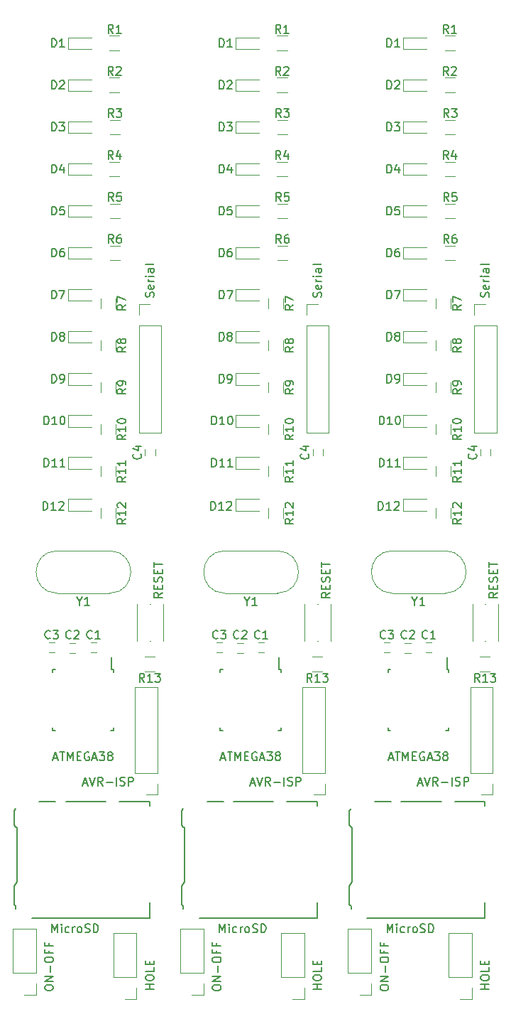
<source format=gbr>
G04 #@! TF.FileFunction,Legend,Top*
%FSLAX46Y46*%
G04 Gerber Fmt 4.6, Leading zero omitted, Abs format (unit mm)*
G04 Created by KiCad (PCBNEW 4.0.2-stable) date 2017/04/01 13:54:50*
%MOMM*%
G01*
G04 APERTURE LIST*
%ADD10C,0.100000*%
%ADD11C,0.150000*%
%ADD12C,0.120000*%
%ADD13C,0.180000*%
G04 APERTURE END LIST*
D10*
D11*
X228625000Y-94625000D02*
X228400000Y-94625000D01*
X228625000Y-101875000D02*
X228300000Y-101875000D01*
X221375000Y-101875000D02*
X221700000Y-101875000D01*
X221375000Y-94625000D02*
X221700000Y-94625000D01*
X228625000Y-94625000D02*
X228625000Y-94950000D01*
X221375000Y-94625000D02*
X221375000Y-94950000D01*
X221375000Y-101875000D02*
X221375000Y-101550000D01*
X228625000Y-101875000D02*
X228625000Y-101550000D01*
X228400000Y-94625000D02*
X228400000Y-93200000D01*
D12*
X224100000Y-92675000D02*
X223400000Y-92675000D01*
X223400000Y-91475000D02*
X224100000Y-91475000D01*
X228175000Y-80475000D02*
G75*
G02X228175000Y-85525000I0J-2525000D01*
G01*
X221925000Y-80475000D02*
G75*
G03X221925000Y-85525000I0J-2525000D01*
G01*
X228175000Y-85525000D02*
X221925000Y-85525000D01*
X228175000Y-80475000D02*
X221925000Y-80475000D01*
X220900000Y-91400000D02*
X221600000Y-91400000D01*
X221600000Y-92600000D02*
X220900000Y-92600000D01*
X225900000Y-91400000D02*
X226600000Y-91400000D01*
X226600000Y-92600000D02*
X225900000Y-92600000D01*
D13*
X217131000Y-113390000D02*
X217131000Y-119890000D01*
X216981000Y-113390000D02*
X217131000Y-113390000D01*
X216781000Y-113190000D02*
X216981000Y-113390000D01*
X216781000Y-113190000D02*
X216781000Y-111440000D01*
X217131000Y-119890000D02*
X216781000Y-120390000D01*
X216781000Y-120390000D02*
X216781000Y-122590000D01*
X229331000Y-110390000D02*
X232931000Y-110390000D01*
X222931000Y-110390000D02*
X227731000Y-110390000D01*
X219781000Y-110390000D02*
X221731000Y-110390000D01*
X232931000Y-110390000D02*
X232931000Y-110890000D01*
X232931000Y-124240000D02*
X232931000Y-122340000D01*
X218881000Y-124240000D02*
X232931000Y-124240000D01*
X216981000Y-122790000D02*
X216981000Y-123140000D01*
X216981000Y-111240000D02*
X216781000Y-111440000D01*
X216981000Y-122790000D02*
X216781000Y-122590000D01*
D12*
X231390000Y-131230000D02*
X231390000Y-126030000D01*
X231390000Y-126030000D02*
X228610000Y-126030000D01*
X228610000Y-126030000D02*
X228610000Y-131230000D01*
X228610000Y-131230000D02*
X231390000Y-131230000D01*
X231390000Y-132500000D02*
X231390000Y-133890000D01*
X231390000Y-133890000D02*
X230000000Y-133890000D01*
X219390000Y-130730000D02*
X219390000Y-125530000D01*
X219390000Y-125530000D02*
X216610000Y-125530000D01*
X216610000Y-125530000D02*
X216610000Y-130730000D01*
X216610000Y-130730000D02*
X219390000Y-130730000D01*
X219390000Y-132000000D02*
X219390000Y-133390000D01*
X219390000Y-133390000D02*
X218000000Y-133390000D01*
X227120000Y-76600000D02*
X227120000Y-75400000D01*
X228880000Y-75400000D02*
X228880000Y-76600000D01*
X227120000Y-71600000D02*
X227120000Y-70400000D01*
X228880000Y-70400000D02*
X228880000Y-71600000D01*
X227120000Y-66600000D02*
X227120000Y-65400000D01*
X228880000Y-65400000D02*
X228880000Y-66600000D01*
X232400000Y-69100000D02*
X232400000Y-68400000D01*
X233600000Y-68400000D02*
X233600000Y-69100000D01*
X223200000Y-74300000D02*
X223200000Y-75700000D01*
X223200000Y-75700000D02*
X226000000Y-75700000D01*
X223200000Y-74300000D02*
X226000000Y-74300000D01*
X223200000Y-69300000D02*
X223200000Y-70700000D01*
X223200000Y-70700000D02*
X226000000Y-70700000D01*
X223200000Y-69300000D02*
X226000000Y-69300000D01*
X233862000Y-106934000D02*
X233862000Y-96714000D01*
X233862000Y-96714000D02*
X231202000Y-96714000D01*
X231202000Y-96714000D02*
X231202000Y-106934000D01*
X231202000Y-106934000D02*
X233862000Y-106934000D01*
X233862000Y-108204000D02*
X233862000Y-109534000D01*
X233862000Y-109534000D02*
X232532000Y-109534000D01*
X232350000Y-93120000D02*
X233550000Y-93120000D01*
X233550000Y-94880000D02*
X232350000Y-94880000D01*
X232950000Y-91200000D02*
X233050000Y-91200000D01*
X231450000Y-86800000D02*
X231450000Y-91200000D01*
X234550000Y-91200000D02*
X234550000Y-86800000D01*
X232950000Y-86800000D02*
X233050000Y-86800000D01*
X223200000Y-49300000D02*
X223200000Y-50700000D01*
X223200000Y-50700000D02*
X226000000Y-50700000D01*
X223200000Y-49300000D02*
X226000000Y-49300000D01*
X227120000Y-51600000D02*
X227120000Y-50400000D01*
X228880000Y-50400000D02*
X228880000Y-51600000D01*
X223200000Y-54300000D02*
X223200000Y-55700000D01*
X223200000Y-55700000D02*
X226000000Y-55700000D01*
X223200000Y-54300000D02*
X226000000Y-54300000D01*
X227120000Y-56600000D02*
X227120000Y-55400000D01*
X228880000Y-55400000D02*
X228880000Y-56600000D01*
X231670000Y-53650000D02*
X231670000Y-66410000D01*
X231670000Y-66410000D02*
X234330000Y-66410000D01*
X234330000Y-66410000D02*
X234330000Y-53650000D01*
X234330000Y-53650000D02*
X231670000Y-53650000D01*
X231670000Y-52380000D02*
X231670000Y-51050000D01*
X231670000Y-51050000D02*
X233000000Y-51050000D01*
X223200000Y-64300000D02*
X223200000Y-65700000D01*
X223200000Y-65700000D02*
X226000000Y-65700000D01*
X223200000Y-64300000D02*
X226000000Y-64300000D01*
X223200000Y-59300000D02*
X223200000Y-60700000D01*
X223200000Y-60700000D02*
X226000000Y-60700000D01*
X223200000Y-59300000D02*
X226000000Y-59300000D01*
X227120000Y-61600000D02*
X227120000Y-60400000D01*
X228880000Y-60400000D02*
X228880000Y-61600000D01*
X223200000Y-34300000D02*
X223200000Y-35700000D01*
X223200000Y-35700000D02*
X226000000Y-35700000D01*
X223200000Y-34300000D02*
X226000000Y-34300000D01*
X223200000Y-29300000D02*
X223200000Y-30700000D01*
X223200000Y-30700000D02*
X226000000Y-30700000D01*
X223200000Y-29300000D02*
X226000000Y-29300000D01*
X229350000Y-35880000D02*
X228150000Y-35880000D01*
X228150000Y-34120000D02*
X229350000Y-34120000D01*
X229400000Y-30880000D02*
X228200000Y-30880000D01*
X228200000Y-29120000D02*
X229400000Y-29120000D01*
X229400000Y-45880000D02*
X228200000Y-45880000D01*
X228200000Y-44120000D02*
X229400000Y-44120000D01*
X223200000Y-44300000D02*
X223200000Y-45700000D01*
X223200000Y-45700000D02*
X226000000Y-45700000D01*
X223200000Y-44300000D02*
X226000000Y-44300000D01*
X223200000Y-39300000D02*
X223200000Y-40700000D01*
X223200000Y-40700000D02*
X226000000Y-40700000D01*
X223200000Y-39300000D02*
X226000000Y-39300000D01*
X229400000Y-40880000D02*
X228200000Y-40880000D01*
X228200000Y-39120000D02*
X229400000Y-39120000D01*
X229350000Y-20880000D02*
X228150000Y-20880000D01*
X228150000Y-19120000D02*
X229350000Y-19120000D01*
X223200000Y-24300000D02*
X223200000Y-25700000D01*
X223200000Y-25700000D02*
X226000000Y-25700000D01*
X223200000Y-24300000D02*
X226000000Y-24300000D01*
X223200000Y-19300000D02*
X223200000Y-20700000D01*
X223200000Y-20700000D02*
X226000000Y-20700000D01*
X223200000Y-19300000D02*
X226000000Y-19300000D01*
X229350000Y-25880000D02*
X228150000Y-25880000D01*
X228150000Y-24120000D02*
X229350000Y-24120000D01*
X203200000Y-69300000D02*
X203200000Y-70700000D01*
X203200000Y-70700000D02*
X206000000Y-70700000D01*
X203200000Y-69300000D02*
X206000000Y-69300000D01*
X207120000Y-71600000D02*
X207120000Y-70400000D01*
X208880000Y-70400000D02*
X208880000Y-71600000D01*
X203200000Y-74300000D02*
X203200000Y-75700000D01*
X203200000Y-75700000D02*
X206000000Y-75700000D01*
X203200000Y-74300000D02*
X206000000Y-74300000D01*
X212400000Y-69100000D02*
X212400000Y-68400000D01*
X213600000Y-68400000D02*
X213600000Y-69100000D01*
X203200000Y-64300000D02*
X203200000Y-65700000D01*
X203200000Y-65700000D02*
X206000000Y-65700000D01*
X203200000Y-64300000D02*
X206000000Y-64300000D01*
X207120000Y-66600000D02*
X207120000Y-65400000D01*
X208880000Y-65400000D02*
X208880000Y-66600000D01*
X207120000Y-76600000D02*
X207120000Y-75400000D01*
X208880000Y-75400000D02*
X208880000Y-76600000D01*
X209400000Y-40880000D02*
X208200000Y-40880000D01*
X208200000Y-39120000D02*
X209400000Y-39120000D01*
X203200000Y-49300000D02*
X203200000Y-50700000D01*
X203200000Y-50700000D02*
X206000000Y-50700000D01*
X203200000Y-49300000D02*
X206000000Y-49300000D01*
X203200000Y-39300000D02*
X203200000Y-40700000D01*
X203200000Y-40700000D02*
X206000000Y-40700000D01*
X203200000Y-39300000D02*
X206000000Y-39300000D01*
X203200000Y-44300000D02*
X203200000Y-45700000D01*
X203200000Y-45700000D02*
X206000000Y-45700000D01*
X203200000Y-44300000D02*
X206000000Y-44300000D01*
X209400000Y-45880000D02*
X208200000Y-45880000D01*
X208200000Y-44120000D02*
X209400000Y-44120000D01*
X207120000Y-61600000D02*
X207120000Y-60400000D01*
X208880000Y-60400000D02*
X208880000Y-61600000D01*
X211670000Y-53650000D02*
X211670000Y-66410000D01*
X211670000Y-66410000D02*
X214330000Y-66410000D01*
X214330000Y-66410000D02*
X214330000Y-53650000D01*
X214330000Y-53650000D02*
X211670000Y-53650000D01*
X211670000Y-52380000D02*
X211670000Y-51050000D01*
X211670000Y-51050000D02*
X213000000Y-51050000D01*
X207120000Y-56600000D02*
X207120000Y-55400000D01*
X208880000Y-55400000D02*
X208880000Y-56600000D01*
X203200000Y-59300000D02*
X203200000Y-60700000D01*
X203200000Y-60700000D02*
X206000000Y-60700000D01*
X203200000Y-59300000D02*
X206000000Y-59300000D01*
X207120000Y-51600000D02*
X207120000Y-50400000D01*
X208880000Y-50400000D02*
X208880000Y-51600000D01*
X203200000Y-54300000D02*
X203200000Y-55700000D01*
X203200000Y-55700000D02*
X206000000Y-55700000D01*
X203200000Y-54300000D02*
X206000000Y-54300000D01*
X209350000Y-25880000D02*
X208150000Y-25880000D01*
X208150000Y-24120000D02*
X209350000Y-24120000D01*
X209400000Y-30880000D02*
X208200000Y-30880000D01*
X208200000Y-29120000D02*
X209400000Y-29120000D01*
X209350000Y-35880000D02*
X208150000Y-35880000D01*
X208150000Y-34120000D02*
X209350000Y-34120000D01*
X203200000Y-29300000D02*
X203200000Y-30700000D01*
X203200000Y-30700000D02*
X206000000Y-30700000D01*
X203200000Y-29300000D02*
X206000000Y-29300000D01*
X203200000Y-34300000D02*
X203200000Y-35700000D01*
X203200000Y-35700000D02*
X206000000Y-35700000D01*
X203200000Y-34300000D02*
X206000000Y-34300000D01*
X203200000Y-19300000D02*
X203200000Y-20700000D01*
X203200000Y-20700000D02*
X206000000Y-20700000D01*
X203200000Y-19300000D02*
X206000000Y-19300000D01*
X209350000Y-20880000D02*
X208150000Y-20880000D01*
X208150000Y-19120000D02*
X209350000Y-19120000D01*
X203200000Y-24300000D02*
X203200000Y-25700000D01*
X203200000Y-25700000D02*
X206000000Y-25700000D01*
X203200000Y-24300000D02*
X206000000Y-24300000D01*
X212950000Y-91200000D02*
X213050000Y-91200000D01*
X211450000Y-86800000D02*
X211450000Y-91200000D01*
X214550000Y-91200000D02*
X214550000Y-86800000D01*
X212950000Y-86800000D02*
X213050000Y-86800000D01*
X208175000Y-80475000D02*
G75*
G02X208175000Y-85525000I0J-2525000D01*
G01*
X201925000Y-80475000D02*
G75*
G03X201925000Y-85525000I0J-2525000D01*
G01*
X208175000Y-85525000D02*
X201925000Y-85525000D01*
X208175000Y-80475000D02*
X201925000Y-80475000D01*
X200900000Y-91400000D02*
X201600000Y-91400000D01*
X201600000Y-92600000D02*
X200900000Y-92600000D01*
X204100000Y-92675000D02*
X203400000Y-92675000D01*
X203400000Y-91475000D02*
X204100000Y-91475000D01*
X205900000Y-91400000D02*
X206600000Y-91400000D01*
X206600000Y-92600000D02*
X205900000Y-92600000D01*
X199390000Y-130730000D02*
X199390000Y-125530000D01*
X199390000Y-125530000D02*
X196610000Y-125530000D01*
X196610000Y-125530000D02*
X196610000Y-130730000D01*
X196610000Y-130730000D02*
X199390000Y-130730000D01*
X199390000Y-132000000D02*
X199390000Y-133390000D01*
X199390000Y-133390000D02*
X198000000Y-133390000D01*
X213862000Y-106934000D02*
X213862000Y-96714000D01*
X213862000Y-96714000D02*
X211202000Y-96714000D01*
X211202000Y-96714000D02*
X211202000Y-106934000D01*
X211202000Y-106934000D02*
X213862000Y-106934000D01*
X213862000Y-108204000D02*
X213862000Y-109534000D01*
X213862000Y-109534000D02*
X212532000Y-109534000D01*
D13*
X197131000Y-113390000D02*
X197131000Y-119890000D01*
X196981000Y-113390000D02*
X197131000Y-113390000D01*
X196781000Y-113190000D02*
X196981000Y-113390000D01*
X196781000Y-113190000D02*
X196781000Y-111440000D01*
X197131000Y-119890000D02*
X196781000Y-120390000D01*
X196781000Y-120390000D02*
X196781000Y-122590000D01*
X209331000Y-110390000D02*
X212931000Y-110390000D01*
X202931000Y-110390000D02*
X207731000Y-110390000D01*
X199781000Y-110390000D02*
X201731000Y-110390000D01*
X212931000Y-110390000D02*
X212931000Y-110890000D01*
X212931000Y-124240000D02*
X212931000Y-122340000D01*
X198881000Y-124240000D02*
X212931000Y-124240000D01*
X196981000Y-122790000D02*
X196981000Y-123140000D01*
X196981000Y-111240000D02*
X196781000Y-111440000D01*
X196981000Y-122790000D02*
X196781000Y-122590000D01*
D12*
X212350000Y-93120000D02*
X213550000Y-93120000D01*
X213550000Y-94880000D02*
X212350000Y-94880000D01*
D11*
X208625000Y-94625000D02*
X208400000Y-94625000D01*
X208625000Y-101875000D02*
X208300000Y-101875000D01*
X201375000Y-101875000D02*
X201700000Y-101875000D01*
X201375000Y-94625000D02*
X201700000Y-94625000D01*
X208625000Y-94625000D02*
X208625000Y-94950000D01*
X201375000Y-94625000D02*
X201375000Y-94950000D01*
X201375000Y-101875000D02*
X201375000Y-101550000D01*
X208625000Y-101875000D02*
X208625000Y-101550000D01*
X208400000Y-94625000D02*
X208400000Y-93200000D01*
D12*
X211390000Y-131230000D02*
X211390000Y-126030000D01*
X211390000Y-126030000D02*
X208610000Y-126030000D01*
X208610000Y-126030000D02*
X208610000Y-131230000D01*
X208610000Y-131230000D02*
X211390000Y-131230000D01*
X211390000Y-132500000D02*
X211390000Y-133890000D01*
X211390000Y-133890000D02*
X210000000Y-133890000D01*
X193862000Y-106934000D02*
X193862000Y-96714000D01*
X193862000Y-96714000D02*
X191202000Y-96714000D01*
X191202000Y-96714000D02*
X191202000Y-106934000D01*
X191202000Y-106934000D02*
X193862000Y-106934000D01*
X193862000Y-108204000D02*
X193862000Y-109534000D01*
X193862000Y-109534000D02*
X192532000Y-109534000D01*
D13*
X177131000Y-113390000D02*
X177131000Y-119890000D01*
X176981000Y-113390000D02*
X177131000Y-113390000D01*
X176781000Y-113190000D02*
X176981000Y-113390000D01*
X176781000Y-113190000D02*
X176781000Y-111440000D01*
X177131000Y-119890000D02*
X176781000Y-120390000D01*
X176781000Y-120390000D02*
X176781000Y-122590000D01*
X189331000Y-110390000D02*
X192931000Y-110390000D01*
X182931000Y-110390000D02*
X187731000Y-110390000D01*
X179781000Y-110390000D02*
X181731000Y-110390000D01*
X192931000Y-110390000D02*
X192931000Y-110890000D01*
X192931000Y-124240000D02*
X192931000Y-122340000D01*
X178881000Y-124240000D02*
X192931000Y-124240000D01*
X176981000Y-122790000D02*
X176981000Y-123140000D01*
X176981000Y-111240000D02*
X176781000Y-111440000D01*
X176981000Y-122790000D02*
X176781000Y-122590000D01*
D12*
X185900000Y-91400000D02*
X186600000Y-91400000D01*
X186600000Y-92600000D02*
X185900000Y-92600000D01*
X184100000Y-92675000D02*
X183400000Y-92675000D01*
X183400000Y-91475000D02*
X184100000Y-91475000D01*
X180900000Y-91400000D02*
X181600000Y-91400000D01*
X181600000Y-92600000D02*
X180900000Y-92600000D01*
X183200000Y-19300000D02*
X183200000Y-20700000D01*
X183200000Y-20700000D02*
X186000000Y-20700000D01*
X183200000Y-19300000D02*
X186000000Y-19300000D01*
X183200000Y-24300000D02*
X183200000Y-25700000D01*
X183200000Y-25700000D02*
X186000000Y-25700000D01*
X183200000Y-24300000D02*
X186000000Y-24300000D01*
X183200000Y-29300000D02*
X183200000Y-30700000D01*
X183200000Y-30700000D02*
X186000000Y-30700000D01*
X183200000Y-29300000D02*
X186000000Y-29300000D01*
X183200000Y-34300000D02*
X183200000Y-35700000D01*
X183200000Y-35700000D02*
X186000000Y-35700000D01*
X183200000Y-34300000D02*
X186000000Y-34300000D01*
X183200000Y-39300000D02*
X183200000Y-40700000D01*
X183200000Y-40700000D02*
X186000000Y-40700000D01*
X183200000Y-39300000D02*
X186000000Y-39300000D01*
X183200000Y-44300000D02*
X183200000Y-45700000D01*
X183200000Y-45700000D02*
X186000000Y-45700000D01*
X183200000Y-44300000D02*
X186000000Y-44300000D01*
X183200000Y-49300000D02*
X183200000Y-50700000D01*
X183200000Y-50700000D02*
X186000000Y-50700000D01*
X183200000Y-49300000D02*
X186000000Y-49300000D01*
X183200000Y-54300000D02*
X183200000Y-55700000D01*
X183200000Y-55700000D02*
X186000000Y-55700000D01*
X183200000Y-54300000D02*
X186000000Y-54300000D01*
X183200000Y-59300000D02*
X183200000Y-60700000D01*
X183200000Y-60700000D02*
X186000000Y-60700000D01*
X183200000Y-59300000D02*
X186000000Y-59300000D01*
X183200000Y-64300000D02*
X183200000Y-65700000D01*
X183200000Y-65700000D02*
X186000000Y-65700000D01*
X183200000Y-64300000D02*
X186000000Y-64300000D01*
X183200000Y-69300000D02*
X183200000Y-70700000D01*
X183200000Y-70700000D02*
X186000000Y-70700000D01*
X183200000Y-69300000D02*
X186000000Y-69300000D01*
X183200000Y-74300000D02*
X183200000Y-75700000D01*
X183200000Y-75700000D02*
X186000000Y-75700000D01*
X183200000Y-74300000D02*
X186000000Y-74300000D01*
D11*
X188625000Y-94625000D02*
X188400000Y-94625000D01*
X188625000Y-101875000D02*
X188300000Y-101875000D01*
X181375000Y-101875000D02*
X181700000Y-101875000D01*
X181375000Y-94625000D02*
X181700000Y-94625000D01*
X188625000Y-94625000D02*
X188625000Y-94950000D01*
X181375000Y-94625000D02*
X181375000Y-94950000D01*
X181375000Y-101875000D02*
X181375000Y-101550000D01*
X188625000Y-101875000D02*
X188625000Y-101550000D01*
X188400000Y-94625000D02*
X188400000Y-93200000D01*
D12*
X191390000Y-131230000D02*
X191390000Y-126030000D01*
X191390000Y-126030000D02*
X188610000Y-126030000D01*
X188610000Y-126030000D02*
X188610000Y-131230000D01*
X188610000Y-131230000D02*
X191390000Y-131230000D01*
X191390000Y-132500000D02*
X191390000Y-133890000D01*
X191390000Y-133890000D02*
X190000000Y-133890000D01*
X179390000Y-130730000D02*
X179390000Y-125530000D01*
X179390000Y-125530000D02*
X176610000Y-125530000D01*
X176610000Y-125530000D02*
X176610000Y-130730000D01*
X176610000Y-130730000D02*
X179390000Y-130730000D01*
X179390000Y-132000000D02*
X179390000Y-133390000D01*
X179390000Y-133390000D02*
X178000000Y-133390000D01*
X189350000Y-20880000D02*
X188150000Y-20880000D01*
X188150000Y-19120000D02*
X189350000Y-19120000D01*
X189350000Y-25880000D02*
X188150000Y-25880000D01*
X188150000Y-24120000D02*
X189350000Y-24120000D01*
X189400000Y-30880000D02*
X188200000Y-30880000D01*
X188200000Y-29120000D02*
X189400000Y-29120000D01*
X189350000Y-35880000D02*
X188150000Y-35880000D01*
X188150000Y-34120000D02*
X189350000Y-34120000D01*
X189400000Y-40880000D02*
X188200000Y-40880000D01*
X188200000Y-39120000D02*
X189400000Y-39120000D01*
X189400000Y-45880000D02*
X188200000Y-45880000D01*
X188200000Y-44120000D02*
X189400000Y-44120000D01*
X187120000Y-51600000D02*
X187120000Y-50400000D01*
X188880000Y-50400000D02*
X188880000Y-51600000D01*
X187120000Y-56600000D02*
X187120000Y-55400000D01*
X188880000Y-55400000D02*
X188880000Y-56600000D01*
X187120000Y-61600000D02*
X187120000Y-60400000D01*
X188880000Y-60400000D02*
X188880000Y-61600000D01*
X187120000Y-66600000D02*
X187120000Y-65400000D01*
X188880000Y-65400000D02*
X188880000Y-66600000D01*
X187120000Y-71600000D02*
X187120000Y-70400000D01*
X188880000Y-70400000D02*
X188880000Y-71600000D01*
X187120000Y-76600000D02*
X187120000Y-75400000D01*
X188880000Y-75400000D02*
X188880000Y-76600000D01*
X192350000Y-93120000D02*
X193550000Y-93120000D01*
X193550000Y-94880000D02*
X192350000Y-94880000D01*
X192950000Y-91200000D02*
X193050000Y-91200000D01*
X191450000Y-86800000D02*
X191450000Y-91200000D01*
X194550000Y-91200000D02*
X194550000Y-86800000D01*
X192950000Y-86800000D02*
X193050000Y-86800000D01*
X188175000Y-80475000D02*
G75*
G02X188175000Y-85525000I0J-2525000D01*
G01*
X181925000Y-80475000D02*
G75*
G03X181925000Y-85525000I0J-2525000D01*
G01*
X188175000Y-85525000D02*
X181925000Y-85525000D01*
X188175000Y-80475000D02*
X181925000Y-80475000D01*
X192400000Y-69100000D02*
X192400000Y-68400000D01*
X193600000Y-68400000D02*
X193600000Y-69100000D01*
X191670000Y-53650000D02*
X191670000Y-66410000D01*
X191670000Y-66410000D02*
X194330000Y-66410000D01*
X194330000Y-66410000D02*
X194330000Y-53650000D01*
X194330000Y-53650000D02*
X191670000Y-53650000D01*
X191670000Y-52380000D02*
X191670000Y-51050000D01*
X191670000Y-51050000D02*
X193000000Y-51050000D01*
D11*
X221476190Y-105166667D02*
X221952381Y-105166667D01*
X221380952Y-105452381D02*
X221714285Y-104452381D01*
X222047619Y-105452381D01*
X222238095Y-104452381D02*
X222809524Y-104452381D01*
X222523809Y-105452381D02*
X222523809Y-104452381D01*
X223142857Y-105452381D02*
X223142857Y-104452381D01*
X223476191Y-105166667D01*
X223809524Y-104452381D01*
X223809524Y-105452381D01*
X224285714Y-104928571D02*
X224619048Y-104928571D01*
X224761905Y-105452381D02*
X224285714Y-105452381D01*
X224285714Y-104452381D01*
X224761905Y-104452381D01*
X225714286Y-104500000D02*
X225619048Y-104452381D01*
X225476191Y-104452381D01*
X225333333Y-104500000D01*
X225238095Y-104595238D01*
X225190476Y-104690476D01*
X225142857Y-104880952D01*
X225142857Y-105023810D01*
X225190476Y-105214286D01*
X225238095Y-105309524D01*
X225333333Y-105404762D01*
X225476191Y-105452381D01*
X225571429Y-105452381D01*
X225714286Y-105404762D01*
X225761905Y-105357143D01*
X225761905Y-105023810D01*
X225571429Y-105023810D01*
X226142857Y-105166667D02*
X226619048Y-105166667D01*
X226047619Y-105452381D02*
X226380952Y-104452381D01*
X226714286Y-105452381D01*
X226952381Y-104452381D02*
X227571429Y-104452381D01*
X227238095Y-104833333D01*
X227380953Y-104833333D01*
X227476191Y-104880952D01*
X227523810Y-104928571D01*
X227571429Y-105023810D01*
X227571429Y-105261905D01*
X227523810Y-105357143D01*
X227476191Y-105404762D01*
X227380953Y-105452381D01*
X227095238Y-105452381D01*
X227000000Y-105404762D01*
X226952381Y-105357143D01*
X228142857Y-104880952D02*
X228047619Y-104833333D01*
X228000000Y-104785714D01*
X227952381Y-104690476D01*
X227952381Y-104642857D01*
X228000000Y-104547619D01*
X228047619Y-104500000D01*
X228142857Y-104452381D01*
X228333334Y-104452381D01*
X228428572Y-104500000D01*
X228476191Y-104547619D01*
X228523810Y-104642857D01*
X228523810Y-104690476D01*
X228476191Y-104785714D01*
X228428572Y-104833333D01*
X228333334Y-104880952D01*
X228142857Y-104880952D01*
X228047619Y-104928571D01*
X228000000Y-104976190D01*
X227952381Y-105071429D01*
X227952381Y-105261905D01*
X228000000Y-105357143D01*
X228047619Y-105404762D01*
X228142857Y-105452381D01*
X228333334Y-105452381D01*
X228428572Y-105404762D01*
X228476191Y-105357143D01*
X228523810Y-105261905D01*
X228523810Y-105071429D01*
X228476191Y-104976190D01*
X228428572Y-104928571D01*
X228333334Y-104880952D01*
X223583334Y-90857143D02*
X223535715Y-90904762D01*
X223392858Y-90952381D01*
X223297620Y-90952381D01*
X223154762Y-90904762D01*
X223059524Y-90809524D01*
X223011905Y-90714286D01*
X222964286Y-90523810D01*
X222964286Y-90380952D01*
X223011905Y-90190476D01*
X223059524Y-90095238D01*
X223154762Y-90000000D01*
X223297620Y-89952381D01*
X223392858Y-89952381D01*
X223535715Y-90000000D01*
X223583334Y-90047619D01*
X223964286Y-90047619D02*
X224011905Y-90000000D01*
X224107143Y-89952381D01*
X224345239Y-89952381D01*
X224440477Y-90000000D01*
X224488096Y-90047619D01*
X224535715Y-90142857D01*
X224535715Y-90238095D01*
X224488096Y-90380952D01*
X223916667Y-90952381D01*
X224535715Y-90952381D01*
X224573809Y-86501190D02*
X224573809Y-86977381D01*
X224240476Y-85977381D02*
X224573809Y-86501190D01*
X224907143Y-85977381D01*
X225764286Y-86977381D02*
X225192857Y-86977381D01*
X225478571Y-86977381D02*
X225478571Y-85977381D01*
X225383333Y-86120238D01*
X225288095Y-86215476D01*
X225192857Y-86263095D01*
X221083334Y-90857143D02*
X221035715Y-90904762D01*
X220892858Y-90952381D01*
X220797620Y-90952381D01*
X220654762Y-90904762D01*
X220559524Y-90809524D01*
X220511905Y-90714286D01*
X220464286Y-90523810D01*
X220464286Y-90380952D01*
X220511905Y-90190476D01*
X220559524Y-90095238D01*
X220654762Y-90000000D01*
X220797620Y-89952381D01*
X220892858Y-89952381D01*
X221035715Y-90000000D01*
X221083334Y-90047619D01*
X221416667Y-89952381D02*
X222035715Y-89952381D01*
X221702381Y-90333333D01*
X221845239Y-90333333D01*
X221940477Y-90380952D01*
X221988096Y-90428571D01*
X222035715Y-90523810D01*
X222035715Y-90761905D01*
X221988096Y-90857143D01*
X221940477Y-90904762D01*
X221845239Y-90952381D01*
X221559524Y-90952381D01*
X221464286Y-90904762D01*
X221416667Y-90857143D01*
X226083334Y-90857143D02*
X226035715Y-90904762D01*
X225892858Y-90952381D01*
X225797620Y-90952381D01*
X225654762Y-90904762D01*
X225559524Y-90809524D01*
X225511905Y-90714286D01*
X225464286Y-90523810D01*
X225464286Y-90380952D01*
X225511905Y-90190476D01*
X225559524Y-90095238D01*
X225654762Y-90000000D01*
X225797620Y-89952381D01*
X225892858Y-89952381D01*
X226035715Y-90000000D01*
X226083334Y-90047619D01*
X227035715Y-90952381D02*
X226464286Y-90952381D01*
X226750000Y-90952381D02*
X226750000Y-89952381D01*
X226654762Y-90095238D01*
X226559524Y-90190476D01*
X226464286Y-90238095D01*
D13*
X221285714Y-125952381D02*
X221285714Y-124952381D01*
X221619048Y-125666667D01*
X221952381Y-124952381D01*
X221952381Y-125952381D01*
X222428571Y-125952381D02*
X222428571Y-125285714D01*
X222428571Y-124952381D02*
X222380952Y-125000000D01*
X222428571Y-125047619D01*
X222476190Y-125000000D01*
X222428571Y-124952381D01*
X222428571Y-125047619D01*
X223333333Y-125904762D02*
X223238095Y-125952381D01*
X223047618Y-125952381D01*
X222952380Y-125904762D01*
X222904761Y-125857143D01*
X222857142Y-125761905D01*
X222857142Y-125476190D01*
X222904761Y-125380952D01*
X222952380Y-125333333D01*
X223047618Y-125285714D01*
X223238095Y-125285714D01*
X223333333Y-125333333D01*
X223761904Y-125952381D02*
X223761904Y-125285714D01*
X223761904Y-125476190D02*
X223809523Y-125380952D01*
X223857142Y-125333333D01*
X223952380Y-125285714D01*
X224047619Y-125285714D01*
X224523809Y-125952381D02*
X224428571Y-125904762D01*
X224380952Y-125857143D01*
X224333333Y-125761905D01*
X224333333Y-125476190D01*
X224380952Y-125380952D01*
X224428571Y-125333333D01*
X224523809Y-125285714D01*
X224666667Y-125285714D01*
X224761905Y-125333333D01*
X224809524Y-125380952D01*
X224857143Y-125476190D01*
X224857143Y-125761905D01*
X224809524Y-125857143D01*
X224761905Y-125904762D01*
X224666667Y-125952381D01*
X224523809Y-125952381D01*
X225238095Y-125904762D02*
X225380952Y-125952381D01*
X225619048Y-125952381D01*
X225714286Y-125904762D01*
X225761905Y-125857143D01*
X225809524Y-125761905D01*
X225809524Y-125666667D01*
X225761905Y-125571429D01*
X225714286Y-125523810D01*
X225619048Y-125476190D01*
X225428571Y-125428571D01*
X225333333Y-125380952D01*
X225285714Y-125333333D01*
X225238095Y-125238095D01*
X225238095Y-125142857D01*
X225285714Y-125047619D01*
X225333333Y-125000000D01*
X225428571Y-124952381D01*
X225666667Y-124952381D01*
X225809524Y-125000000D01*
X226238095Y-125952381D02*
X226238095Y-124952381D01*
X226476190Y-124952381D01*
X226619048Y-125000000D01*
X226714286Y-125095238D01*
X226761905Y-125190476D01*
X226809524Y-125380952D01*
X226809524Y-125523810D01*
X226761905Y-125714286D01*
X226714286Y-125809524D01*
X226619048Y-125904762D01*
X226476190Y-125952381D01*
X226238095Y-125952381D01*
D11*
X233452381Y-132666667D02*
X232452381Y-132666667D01*
X232928571Y-132666667D02*
X232928571Y-132095238D01*
X233452381Y-132095238D02*
X232452381Y-132095238D01*
X232452381Y-131428572D02*
X232452381Y-131238095D01*
X232500000Y-131142857D01*
X232595238Y-131047619D01*
X232785714Y-131000000D01*
X233119048Y-131000000D01*
X233309524Y-131047619D01*
X233404762Y-131142857D01*
X233452381Y-131238095D01*
X233452381Y-131428572D01*
X233404762Y-131523810D01*
X233309524Y-131619048D01*
X233119048Y-131666667D01*
X232785714Y-131666667D01*
X232595238Y-131619048D01*
X232500000Y-131523810D01*
X232452381Y-131428572D01*
X233452381Y-130095238D02*
X233452381Y-130571429D01*
X232452381Y-130571429D01*
X232928571Y-129761905D02*
X232928571Y-129428571D01*
X233452381Y-129285714D02*
X233452381Y-129761905D01*
X232452381Y-129761905D01*
X232452381Y-129285714D01*
X220452381Y-132619048D02*
X220452381Y-132428571D01*
X220500000Y-132333333D01*
X220595238Y-132238095D01*
X220785714Y-132190476D01*
X221119048Y-132190476D01*
X221309524Y-132238095D01*
X221404762Y-132333333D01*
X221452381Y-132428571D01*
X221452381Y-132619048D01*
X221404762Y-132714286D01*
X221309524Y-132809524D01*
X221119048Y-132857143D01*
X220785714Y-132857143D01*
X220595238Y-132809524D01*
X220500000Y-132714286D01*
X220452381Y-132619048D01*
X221452381Y-131761905D02*
X220452381Y-131761905D01*
X221452381Y-131190476D01*
X220452381Y-131190476D01*
X221071429Y-130714286D02*
X221071429Y-129952381D01*
X220452381Y-129285715D02*
X220452381Y-129095238D01*
X220500000Y-129000000D01*
X220595238Y-128904762D01*
X220785714Y-128857143D01*
X221119048Y-128857143D01*
X221309524Y-128904762D01*
X221404762Y-129000000D01*
X221452381Y-129095238D01*
X221452381Y-129285715D01*
X221404762Y-129380953D01*
X221309524Y-129476191D01*
X221119048Y-129523810D01*
X220785714Y-129523810D01*
X220595238Y-129476191D01*
X220500000Y-129380953D01*
X220452381Y-129285715D01*
X220928571Y-128095238D02*
X220928571Y-128428572D01*
X221452381Y-128428572D02*
X220452381Y-128428572D01*
X220452381Y-127952381D01*
X220928571Y-127238095D02*
X220928571Y-127571429D01*
X221452381Y-127571429D02*
X220452381Y-127571429D01*
X220452381Y-127095238D01*
X230102381Y-76642857D02*
X229626190Y-76976191D01*
X230102381Y-77214286D02*
X229102381Y-77214286D01*
X229102381Y-76833333D01*
X229150000Y-76738095D01*
X229197619Y-76690476D01*
X229292857Y-76642857D01*
X229435714Y-76642857D01*
X229530952Y-76690476D01*
X229578571Y-76738095D01*
X229626190Y-76833333D01*
X229626190Y-77214286D01*
X230102381Y-75690476D02*
X230102381Y-76261905D01*
X230102381Y-75976191D02*
X229102381Y-75976191D01*
X229245238Y-76071429D01*
X229340476Y-76166667D01*
X229388095Y-76261905D01*
X229197619Y-75309524D02*
X229150000Y-75261905D01*
X229102381Y-75166667D01*
X229102381Y-74928571D01*
X229150000Y-74833333D01*
X229197619Y-74785714D01*
X229292857Y-74738095D01*
X229388095Y-74738095D01*
X229530952Y-74785714D01*
X230102381Y-75357143D01*
X230102381Y-74738095D01*
X230102381Y-71642857D02*
X229626190Y-71976191D01*
X230102381Y-72214286D02*
X229102381Y-72214286D01*
X229102381Y-71833333D01*
X229150000Y-71738095D01*
X229197619Y-71690476D01*
X229292857Y-71642857D01*
X229435714Y-71642857D01*
X229530952Y-71690476D01*
X229578571Y-71738095D01*
X229626190Y-71833333D01*
X229626190Y-72214286D01*
X230102381Y-70690476D02*
X230102381Y-71261905D01*
X230102381Y-70976191D02*
X229102381Y-70976191D01*
X229245238Y-71071429D01*
X229340476Y-71166667D01*
X229388095Y-71261905D01*
X230102381Y-69738095D02*
X230102381Y-70309524D01*
X230102381Y-70023810D02*
X229102381Y-70023810D01*
X229245238Y-70119048D01*
X229340476Y-70214286D01*
X229388095Y-70309524D01*
X230102381Y-66642857D02*
X229626190Y-66976191D01*
X230102381Y-67214286D02*
X229102381Y-67214286D01*
X229102381Y-66833333D01*
X229150000Y-66738095D01*
X229197619Y-66690476D01*
X229292857Y-66642857D01*
X229435714Y-66642857D01*
X229530952Y-66690476D01*
X229578571Y-66738095D01*
X229626190Y-66833333D01*
X229626190Y-67214286D01*
X230102381Y-65690476D02*
X230102381Y-66261905D01*
X230102381Y-65976191D02*
X229102381Y-65976191D01*
X229245238Y-66071429D01*
X229340476Y-66166667D01*
X229388095Y-66261905D01*
X229102381Y-65071429D02*
X229102381Y-64976190D01*
X229150000Y-64880952D01*
X229197619Y-64833333D01*
X229292857Y-64785714D01*
X229483333Y-64738095D01*
X229721429Y-64738095D01*
X229911905Y-64785714D01*
X230007143Y-64833333D01*
X230054762Y-64880952D01*
X230102381Y-64976190D01*
X230102381Y-65071429D01*
X230054762Y-65166667D01*
X230007143Y-65214286D01*
X229911905Y-65261905D01*
X229721429Y-65309524D01*
X229483333Y-65309524D01*
X229292857Y-65261905D01*
X229197619Y-65214286D01*
X229150000Y-65166667D01*
X229102381Y-65071429D01*
X231857143Y-68916666D02*
X231904762Y-68964285D01*
X231952381Y-69107142D01*
X231952381Y-69202380D01*
X231904762Y-69345238D01*
X231809524Y-69440476D01*
X231714286Y-69488095D01*
X231523810Y-69535714D01*
X231380952Y-69535714D01*
X231190476Y-69488095D01*
X231095238Y-69440476D01*
X231000000Y-69345238D01*
X230952381Y-69202380D01*
X230952381Y-69107142D01*
X231000000Y-68964285D01*
X231047619Y-68916666D01*
X231285714Y-68059523D02*
X231952381Y-68059523D01*
X230904762Y-68297619D02*
X231619048Y-68535714D01*
X231619048Y-67916666D01*
X220235714Y-75617381D02*
X220235714Y-74617381D01*
X220473809Y-74617381D01*
X220616667Y-74665000D01*
X220711905Y-74760238D01*
X220759524Y-74855476D01*
X220807143Y-75045952D01*
X220807143Y-75188810D01*
X220759524Y-75379286D01*
X220711905Y-75474524D01*
X220616667Y-75569762D01*
X220473809Y-75617381D01*
X220235714Y-75617381D01*
X221759524Y-75617381D02*
X221188095Y-75617381D01*
X221473809Y-75617381D02*
X221473809Y-74617381D01*
X221378571Y-74760238D01*
X221283333Y-74855476D01*
X221188095Y-74903095D01*
X222140476Y-74712619D02*
X222188095Y-74665000D01*
X222283333Y-74617381D01*
X222521429Y-74617381D01*
X222616667Y-74665000D01*
X222664286Y-74712619D01*
X222711905Y-74807857D01*
X222711905Y-74903095D01*
X222664286Y-75045952D01*
X222092857Y-75617381D01*
X222711905Y-75617381D01*
X220362714Y-70458381D02*
X220362714Y-69458381D01*
X220600809Y-69458381D01*
X220743667Y-69506000D01*
X220838905Y-69601238D01*
X220886524Y-69696476D01*
X220934143Y-69886952D01*
X220934143Y-70029810D01*
X220886524Y-70220286D01*
X220838905Y-70315524D01*
X220743667Y-70410762D01*
X220600809Y-70458381D01*
X220362714Y-70458381D01*
X221886524Y-70458381D02*
X221315095Y-70458381D01*
X221600809Y-70458381D02*
X221600809Y-69458381D01*
X221505571Y-69601238D01*
X221410333Y-69696476D01*
X221315095Y-69744095D01*
X222838905Y-70458381D02*
X222267476Y-70458381D01*
X222553190Y-70458381D02*
X222553190Y-69458381D01*
X222457952Y-69601238D01*
X222362714Y-69696476D01*
X222267476Y-69744095D01*
X225000000Y-108166667D02*
X225476191Y-108166667D01*
X224904762Y-108452381D02*
X225238095Y-107452381D01*
X225571429Y-108452381D01*
X225761905Y-107452381D02*
X226095238Y-108452381D01*
X226428572Y-107452381D01*
X227333334Y-108452381D02*
X227000000Y-107976190D01*
X226761905Y-108452381D02*
X226761905Y-107452381D01*
X227142858Y-107452381D01*
X227238096Y-107500000D01*
X227285715Y-107547619D01*
X227333334Y-107642857D01*
X227333334Y-107785714D01*
X227285715Y-107880952D01*
X227238096Y-107928571D01*
X227142858Y-107976190D01*
X226761905Y-107976190D01*
X227761905Y-108071429D02*
X228523810Y-108071429D01*
X229000000Y-108452381D02*
X229000000Y-107452381D01*
X229428571Y-108404762D02*
X229571428Y-108452381D01*
X229809524Y-108452381D01*
X229904762Y-108404762D01*
X229952381Y-108357143D01*
X230000000Y-108261905D01*
X230000000Y-108166667D01*
X229952381Y-108071429D01*
X229904762Y-108023810D01*
X229809524Y-107976190D01*
X229619047Y-107928571D01*
X229523809Y-107880952D01*
X229476190Y-107833333D01*
X229428571Y-107738095D01*
X229428571Y-107642857D01*
X229476190Y-107547619D01*
X229523809Y-107500000D01*
X229619047Y-107452381D01*
X229857143Y-107452381D01*
X230000000Y-107500000D01*
X230428571Y-108452381D02*
X230428571Y-107452381D01*
X230809524Y-107452381D01*
X230904762Y-107500000D01*
X230952381Y-107547619D01*
X231000000Y-107642857D01*
X231000000Y-107785714D01*
X230952381Y-107880952D01*
X230904762Y-107928571D01*
X230809524Y-107976190D01*
X230428571Y-107976190D01*
X232307143Y-96102381D02*
X231973809Y-95626190D01*
X231735714Y-96102381D02*
X231735714Y-95102381D01*
X232116667Y-95102381D01*
X232211905Y-95150000D01*
X232259524Y-95197619D01*
X232307143Y-95292857D01*
X232307143Y-95435714D01*
X232259524Y-95530952D01*
X232211905Y-95578571D01*
X232116667Y-95626190D01*
X231735714Y-95626190D01*
X233259524Y-96102381D02*
X232688095Y-96102381D01*
X232973809Y-96102381D02*
X232973809Y-95102381D01*
X232878571Y-95245238D01*
X232783333Y-95340476D01*
X232688095Y-95388095D01*
X233592857Y-95102381D02*
X234211905Y-95102381D01*
X233878571Y-95483333D01*
X234021429Y-95483333D01*
X234116667Y-95530952D01*
X234164286Y-95578571D01*
X234211905Y-95673810D01*
X234211905Y-95911905D01*
X234164286Y-96007143D01*
X234116667Y-96054762D01*
X234021429Y-96102381D01*
X233735714Y-96102381D01*
X233640476Y-96054762D01*
X233592857Y-96007143D01*
X234452381Y-85452381D02*
X233976190Y-85785715D01*
X234452381Y-86023810D02*
X233452381Y-86023810D01*
X233452381Y-85642857D01*
X233500000Y-85547619D01*
X233547619Y-85500000D01*
X233642857Y-85452381D01*
X233785714Y-85452381D01*
X233880952Y-85500000D01*
X233928571Y-85547619D01*
X233976190Y-85642857D01*
X233976190Y-86023810D01*
X233928571Y-85023810D02*
X233928571Y-84690476D01*
X234452381Y-84547619D02*
X234452381Y-85023810D01*
X233452381Y-85023810D01*
X233452381Y-84547619D01*
X234404762Y-84166667D02*
X234452381Y-84023810D01*
X234452381Y-83785714D01*
X234404762Y-83690476D01*
X234357143Y-83642857D01*
X234261905Y-83595238D01*
X234166667Y-83595238D01*
X234071429Y-83642857D01*
X234023810Y-83690476D01*
X233976190Y-83785714D01*
X233928571Y-83976191D01*
X233880952Y-84071429D01*
X233833333Y-84119048D01*
X233738095Y-84166667D01*
X233642857Y-84166667D01*
X233547619Y-84119048D01*
X233500000Y-84071429D01*
X233452381Y-83976191D01*
X233452381Y-83738095D01*
X233500000Y-83595238D01*
X233928571Y-83166667D02*
X233928571Y-82833333D01*
X234452381Y-82690476D02*
X234452381Y-83166667D01*
X233452381Y-83166667D01*
X233452381Y-82690476D01*
X233452381Y-82404762D02*
X233452381Y-81833333D01*
X234452381Y-82119048D02*
X233452381Y-82119048D01*
X221261905Y-50452381D02*
X221261905Y-49452381D01*
X221500000Y-49452381D01*
X221642858Y-49500000D01*
X221738096Y-49595238D01*
X221785715Y-49690476D01*
X221833334Y-49880952D01*
X221833334Y-50023810D01*
X221785715Y-50214286D01*
X221738096Y-50309524D01*
X221642858Y-50404762D01*
X221500000Y-50452381D01*
X221261905Y-50452381D01*
X222166667Y-49452381D02*
X222833334Y-49452381D01*
X222404762Y-50452381D01*
X230102381Y-51166666D02*
X229626190Y-51500000D01*
X230102381Y-51738095D02*
X229102381Y-51738095D01*
X229102381Y-51357142D01*
X229150000Y-51261904D01*
X229197619Y-51214285D01*
X229292857Y-51166666D01*
X229435714Y-51166666D01*
X229530952Y-51214285D01*
X229578571Y-51261904D01*
X229626190Y-51357142D01*
X229626190Y-51738095D01*
X229102381Y-50833333D02*
X229102381Y-50166666D01*
X230102381Y-50595238D01*
X221261905Y-55452381D02*
X221261905Y-54452381D01*
X221500000Y-54452381D01*
X221642858Y-54500000D01*
X221738096Y-54595238D01*
X221785715Y-54690476D01*
X221833334Y-54880952D01*
X221833334Y-55023810D01*
X221785715Y-55214286D01*
X221738096Y-55309524D01*
X221642858Y-55404762D01*
X221500000Y-55452381D01*
X221261905Y-55452381D01*
X222404762Y-54880952D02*
X222309524Y-54833333D01*
X222261905Y-54785714D01*
X222214286Y-54690476D01*
X222214286Y-54642857D01*
X222261905Y-54547619D01*
X222309524Y-54500000D01*
X222404762Y-54452381D01*
X222595239Y-54452381D01*
X222690477Y-54500000D01*
X222738096Y-54547619D01*
X222785715Y-54642857D01*
X222785715Y-54690476D01*
X222738096Y-54785714D01*
X222690477Y-54833333D01*
X222595239Y-54880952D01*
X222404762Y-54880952D01*
X222309524Y-54928571D01*
X222261905Y-54976190D01*
X222214286Y-55071429D01*
X222214286Y-55261905D01*
X222261905Y-55357143D01*
X222309524Y-55404762D01*
X222404762Y-55452381D01*
X222595239Y-55452381D01*
X222690477Y-55404762D01*
X222738096Y-55357143D01*
X222785715Y-55261905D01*
X222785715Y-55071429D01*
X222738096Y-54976190D01*
X222690477Y-54928571D01*
X222595239Y-54880952D01*
X230102381Y-56166666D02*
X229626190Y-56500000D01*
X230102381Y-56738095D02*
X229102381Y-56738095D01*
X229102381Y-56357142D01*
X229150000Y-56261904D01*
X229197619Y-56214285D01*
X229292857Y-56166666D01*
X229435714Y-56166666D01*
X229530952Y-56214285D01*
X229578571Y-56261904D01*
X229626190Y-56357142D01*
X229626190Y-56738095D01*
X229530952Y-55595238D02*
X229483333Y-55690476D01*
X229435714Y-55738095D01*
X229340476Y-55785714D01*
X229292857Y-55785714D01*
X229197619Y-55738095D01*
X229150000Y-55690476D01*
X229102381Y-55595238D01*
X229102381Y-55404761D01*
X229150000Y-55309523D01*
X229197619Y-55261904D01*
X229292857Y-55214285D01*
X229340476Y-55214285D01*
X229435714Y-55261904D01*
X229483333Y-55309523D01*
X229530952Y-55404761D01*
X229530952Y-55595238D01*
X229578571Y-55690476D01*
X229626190Y-55738095D01*
X229721429Y-55785714D01*
X229911905Y-55785714D01*
X230007143Y-55738095D01*
X230054762Y-55690476D01*
X230102381Y-55595238D01*
X230102381Y-55404761D01*
X230054762Y-55309523D01*
X230007143Y-55261904D01*
X229911905Y-55214285D01*
X229721429Y-55214285D01*
X229626190Y-55261904D01*
X229578571Y-55309523D01*
X229530952Y-55404761D01*
X233404762Y-50226191D02*
X233452381Y-50083334D01*
X233452381Y-49845238D01*
X233404762Y-49750000D01*
X233357143Y-49702381D01*
X233261905Y-49654762D01*
X233166667Y-49654762D01*
X233071429Y-49702381D01*
X233023810Y-49750000D01*
X232976190Y-49845238D01*
X232928571Y-50035715D01*
X232880952Y-50130953D01*
X232833333Y-50178572D01*
X232738095Y-50226191D01*
X232642857Y-50226191D01*
X232547619Y-50178572D01*
X232500000Y-50130953D01*
X232452381Y-50035715D01*
X232452381Y-49797619D01*
X232500000Y-49654762D01*
X233404762Y-48845238D02*
X233452381Y-48940476D01*
X233452381Y-49130953D01*
X233404762Y-49226191D01*
X233309524Y-49273810D01*
X232928571Y-49273810D01*
X232833333Y-49226191D01*
X232785714Y-49130953D01*
X232785714Y-48940476D01*
X232833333Y-48845238D01*
X232928571Y-48797619D01*
X233023810Y-48797619D01*
X233119048Y-49273810D01*
X233452381Y-48369048D02*
X232785714Y-48369048D01*
X232976190Y-48369048D02*
X232880952Y-48321429D01*
X232833333Y-48273810D01*
X232785714Y-48178572D01*
X232785714Y-48083333D01*
X233452381Y-47750000D02*
X232785714Y-47750000D01*
X232452381Y-47750000D02*
X232500000Y-47797619D01*
X232547619Y-47750000D01*
X232500000Y-47702381D01*
X232452381Y-47750000D01*
X232547619Y-47750000D01*
X233452381Y-46845238D02*
X232928571Y-46845238D01*
X232833333Y-46892857D01*
X232785714Y-46988095D01*
X232785714Y-47178572D01*
X232833333Y-47273810D01*
X233404762Y-46845238D02*
X233452381Y-46940476D01*
X233452381Y-47178572D01*
X233404762Y-47273810D01*
X233309524Y-47321429D01*
X233214286Y-47321429D01*
X233119048Y-47273810D01*
X233071429Y-47178572D01*
X233071429Y-46940476D01*
X233023810Y-46845238D01*
X233452381Y-46226191D02*
X233404762Y-46321429D01*
X233309524Y-46369048D01*
X232452381Y-46369048D01*
X220362714Y-65426381D02*
X220362714Y-64426381D01*
X220600809Y-64426381D01*
X220743667Y-64474000D01*
X220838905Y-64569238D01*
X220886524Y-64664476D01*
X220934143Y-64854952D01*
X220934143Y-64997810D01*
X220886524Y-65188286D01*
X220838905Y-65283524D01*
X220743667Y-65378762D01*
X220600809Y-65426381D01*
X220362714Y-65426381D01*
X221886524Y-65426381D02*
X221315095Y-65426381D01*
X221600809Y-65426381D02*
X221600809Y-64426381D01*
X221505571Y-64569238D01*
X221410333Y-64664476D01*
X221315095Y-64712095D01*
X222505571Y-64426381D02*
X222600810Y-64426381D01*
X222696048Y-64474000D01*
X222743667Y-64521619D01*
X222791286Y-64616857D01*
X222838905Y-64807333D01*
X222838905Y-65045429D01*
X222791286Y-65235905D01*
X222743667Y-65331143D01*
X222696048Y-65378762D01*
X222600810Y-65426381D01*
X222505571Y-65426381D01*
X222410333Y-65378762D01*
X222362714Y-65331143D01*
X222315095Y-65235905D01*
X222267476Y-65045429D01*
X222267476Y-64807333D01*
X222315095Y-64616857D01*
X222362714Y-64521619D01*
X222410333Y-64474000D01*
X222505571Y-64426381D01*
X221261905Y-60452381D02*
X221261905Y-59452381D01*
X221500000Y-59452381D01*
X221642858Y-59500000D01*
X221738096Y-59595238D01*
X221785715Y-59690476D01*
X221833334Y-59880952D01*
X221833334Y-60023810D01*
X221785715Y-60214286D01*
X221738096Y-60309524D01*
X221642858Y-60404762D01*
X221500000Y-60452381D01*
X221261905Y-60452381D01*
X222309524Y-60452381D02*
X222500000Y-60452381D01*
X222595239Y-60404762D01*
X222642858Y-60357143D01*
X222738096Y-60214286D01*
X222785715Y-60023810D01*
X222785715Y-59642857D01*
X222738096Y-59547619D01*
X222690477Y-59500000D01*
X222595239Y-59452381D01*
X222404762Y-59452381D01*
X222309524Y-59500000D01*
X222261905Y-59547619D01*
X222214286Y-59642857D01*
X222214286Y-59880952D01*
X222261905Y-59976190D01*
X222309524Y-60023810D01*
X222404762Y-60071429D01*
X222595239Y-60071429D01*
X222690477Y-60023810D01*
X222738096Y-59976190D01*
X222785715Y-59880952D01*
X230102381Y-61166666D02*
X229626190Y-61500000D01*
X230102381Y-61738095D02*
X229102381Y-61738095D01*
X229102381Y-61357142D01*
X229150000Y-61261904D01*
X229197619Y-61214285D01*
X229292857Y-61166666D01*
X229435714Y-61166666D01*
X229530952Y-61214285D01*
X229578571Y-61261904D01*
X229626190Y-61357142D01*
X229626190Y-61738095D01*
X230102381Y-60690476D02*
X230102381Y-60500000D01*
X230054762Y-60404761D01*
X230007143Y-60357142D01*
X229864286Y-60261904D01*
X229673810Y-60214285D01*
X229292857Y-60214285D01*
X229197619Y-60261904D01*
X229150000Y-60309523D01*
X229102381Y-60404761D01*
X229102381Y-60595238D01*
X229150000Y-60690476D01*
X229197619Y-60738095D01*
X229292857Y-60785714D01*
X229530952Y-60785714D01*
X229626190Y-60738095D01*
X229673810Y-60690476D01*
X229721429Y-60595238D01*
X229721429Y-60404761D01*
X229673810Y-60309523D01*
X229626190Y-60261904D01*
X229530952Y-60214285D01*
X221261905Y-35452381D02*
X221261905Y-34452381D01*
X221500000Y-34452381D01*
X221642858Y-34500000D01*
X221738096Y-34595238D01*
X221785715Y-34690476D01*
X221833334Y-34880952D01*
X221833334Y-35023810D01*
X221785715Y-35214286D01*
X221738096Y-35309524D01*
X221642858Y-35404762D01*
X221500000Y-35452381D01*
X221261905Y-35452381D01*
X222690477Y-34785714D02*
X222690477Y-35452381D01*
X222452381Y-34404762D02*
X222214286Y-35119048D01*
X222833334Y-35119048D01*
X221261905Y-30452381D02*
X221261905Y-29452381D01*
X221500000Y-29452381D01*
X221642858Y-29500000D01*
X221738096Y-29595238D01*
X221785715Y-29690476D01*
X221833334Y-29880952D01*
X221833334Y-30023810D01*
X221785715Y-30214286D01*
X221738096Y-30309524D01*
X221642858Y-30404762D01*
X221500000Y-30452381D01*
X221261905Y-30452381D01*
X222166667Y-29452381D02*
X222785715Y-29452381D01*
X222452381Y-29833333D01*
X222595239Y-29833333D01*
X222690477Y-29880952D01*
X222738096Y-29928571D01*
X222785715Y-30023810D01*
X222785715Y-30261905D01*
X222738096Y-30357143D01*
X222690477Y-30404762D01*
X222595239Y-30452381D01*
X222309524Y-30452381D01*
X222214286Y-30404762D01*
X222166667Y-30357143D01*
X228583334Y-33802381D02*
X228250000Y-33326190D01*
X228011905Y-33802381D02*
X228011905Y-32802381D01*
X228392858Y-32802381D01*
X228488096Y-32850000D01*
X228535715Y-32897619D01*
X228583334Y-32992857D01*
X228583334Y-33135714D01*
X228535715Y-33230952D01*
X228488096Y-33278571D01*
X228392858Y-33326190D01*
X228011905Y-33326190D01*
X229440477Y-33135714D02*
X229440477Y-33802381D01*
X229202381Y-32754762D02*
X228964286Y-33469048D01*
X229583334Y-33469048D01*
X228633334Y-28802381D02*
X228300000Y-28326190D01*
X228061905Y-28802381D02*
X228061905Y-27802381D01*
X228442858Y-27802381D01*
X228538096Y-27850000D01*
X228585715Y-27897619D01*
X228633334Y-27992857D01*
X228633334Y-28135714D01*
X228585715Y-28230952D01*
X228538096Y-28278571D01*
X228442858Y-28326190D01*
X228061905Y-28326190D01*
X228966667Y-27802381D02*
X229585715Y-27802381D01*
X229252381Y-28183333D01*
X229395239Y-28183333D01*
X229490477Y-28230952D01*
X229538096Y-28278571D01*
X229585715Y-28373810D01*
X229585715Y-28611905D01*
X229538096Y-28707143D01*
X229490477Y-28754762D01*
X229395239Y-28802381D01*
X229109524Y-28802381D01*
X229014286Y-28754762D01*
X228966667Y-28707143D01*
X228633334Y-43802381D02*
X228300000Y-43326190D01*
X228061905Y-43802381D02*
X228061905Y-42802381D01*
X228442858Y-42802381D01*
X228538096Y-42850000D01*
X228585715Y-42897619D01*
X228633334Y-42992857D01*
X228633334Y-43135714D01*
X228585715Y-43230952D01*
X228538096Y-43278571D01*
X228442858Y-43326190D01*
X228061905Y-43326190D01*
X229490477Y-42802381D02*
X229300000Y-42802381D01*
X229204762Y-42850000D01*
X229157143Y-42897619D01*
X229061905Y-43040476D01*
X229014286Y-43230952D01*
X229014286Y-43611905D01*
X229061905Y-43707143D01*
X229109524Y-43754762D01*
X229204762Y-43802381D01*
X229395239Y-43802381D01*
X229490477Y-43754762D01*
X229538096Y-43707143D01*
X229585715Y-43611905D01*
X229585715Y-43373810D01*
X229538096Y-43278571D01*
X229490477Y-43230952D01*
X229395239Y-43183333D01*
X229204762Y-43183333D01*
X229109524Y-43230952D01*
X229061905Y-43278571D01*
X229014286Y-43373810D01*
X221261905Y-45452381D02*
X221261905Y-44452381D01*
X221500000Y-44452381D01*
X221642858Y-44500000D01*
X221738096Y-44595238D01*
X221785715Y-44690476D01*
X221833334Y-44880952D01*
X221833334Y-45023810D01*
X221785715Y-45214286D01*
X221738096Y-45309524D01*
X221642858Y-45404762D01*
X221500000Y-45452381D01*
X221261905Y-45452381D01*
X222690477Y-44452381D02*
X222500000Y-44452381D01*
X222404762Y-44500000D01*
X222357143Y-44547619D01*
X222261905Y-44690476D01*
X222214286Y-44880952D01*
X222214286Y-45261905D01*
X222261905Y-45357143D01*
X222309524Y-45404762D01*
X222404762Y-45452381D01*
X222595239Y-45452381D01*
X222690477Y-45404762D01*
X222738096Y-45357143D01*
X222785715Y-45261905D01*
X222785715Y-45023810D01*
X222738096Y-44928571D01*
X222690477Y-44880952D01*
X222595239Y-44833333D01*
X222404762Y-44833333D01*
X222309524Y-44880952D01*
X222261905Y-44928571D01*
X222214286Y-45023810D01*
X221261905Y-40452381D02*
X221261905Y-39452381D01*
X221500000Y-39452381D01*
X221642858Y-39500000D01*
X221738096Y-39595238D01*
X221785715Y-39690476D01*
X221833334Y-39880952D01*
X221833334Y-40023810D01*
X221785715Y-40214286D01*
X221738096Y-40309524D01*
X221642858Y-40404762D01*
X221500000Y-40452381D01*
X221261905Y-40452381D01*
X222738096Y-39452381D02*
X222261905Y-39452381D01*
X222214286Y-39928571D01*
X222261905Y-39880952D01*
X222357143Y-39833333D01*
X222595239Y-39833333D01*
X222690477Y-39880952D01*
X222738096Y-39928571D01*
X222785715Y-40023810D01*
X222785715Y-40261905D01*
X222738096Y-40357143D01*
X222690477Y-40404762D01*
X222595239Y-40452381D01*
X222357143Y-40452381D01*
X222261905Y-40404762D01*
X222214286Y-40357143D01*
X228633334Y-38802381D02*
X228300000Y-38326190D01*
X228061905Y-38802381D02*
X228061905Y-37802381D01*
X228442858Y-37802381D01*
X228538096Y-37850000D01*
X228585715Y-37897619D01*
X228633334Y-37992857D01*
X228633334Y-38135714D01*
X228585715Y-38230952D01*
X228538096Y-38278571D01*
X228442858Y-38326190D01*
X228061905Y-38326190D01*
X229538096Y-37802381D02*
X229061905Y-37802381D01*
X229014286Y-38278571D01*
X229061905Y-38230952D01*
X229157143Y-38183333D01*
X229395239Y-38183333D01*
X229490477Y-38230952D01*
X229538096Y-38278571D01*
X229585715Y-38373810D01*
X229585715Y-38611905D01*
X229538096Y-38707143D01*
X229490477Y-38754762D01*
X229395239Y-38802381D01*
X229157143Y-38802381D01*
X229061905Y-38754762D01*
X229014286Y-38707143D01*
X228583334Y-18802381D02*
X228250000Y-18326190D01*
X228011905Y-18802381D02*
X228011905Y-17802381D01*
X228392858Y-17802381D01*
X228488096Y-17850000D01*
X228535715Y-17897619D01*
X228583334Y-17992857D01*
X228583334Y-18135714D01*
X228535715Y-18230952D01*
X228488096Y-18278571D01*
X228392858Y-18326190D01*
X228011905Y-18326190D01*
X229535715Y-18802381D02*
X228964286Y-18802381D01*
X229250000Y-18802381D02*
X229250000Y-17802381D01*
X229154762Y-17945238D01*
X229059524Y-18040476D01*
X228964286Y-18088095D01*
X221261905Y-25452381D02*
X221261905Y-24452381D01*
X221500000Y-24452381D01*
X221642858Y-24500000D01*
X221738096Y-24595238D01*
X221785715Y-24690476D01*
X221833334Y-24880952D01*
X221833334Y-25023810D01*
X221785715Y-25214286D01*
X221738096Y-25309524D01*
X221642858Y-25404762D01*
X221500000Y-25452381D01*
X221261905Y-25452381D01*
X222214286Y-24547619D02*
X222261905Y-24500000D01*
X222357143Y-24452381D01*
X222595239Y-24452381D01*
X222690477Y-24500000D01*
X222738096Y-24547619D01*
X222785715Y-24642857D01*
X222785715Y-24738095D01*
X222738096Y-24880952D01*
X222166667Y-25452381D01*
X222785715Y-25452381D01*
X221261905Y-20452381D02*
X221261905Y-19452381D01*
X221500000Y-19452381D01*
X221642858Y-19500000D01*
X221738096Y-19595238D01*
X221785715Y-19690476D01*
X221833334Y-19880952D01*
X221833334Y-20023810D01*
X221785715Y-20214286D01*
X221738096Y-20309524D01*
X221642858Y-20404762D01*
X221500000Y-20452381D01*
X221261905Y-20452381D01*
X222785715Y-20452381D02*
X222214286Y-20452381D01*
X222500000Y-20452381D02*
X222500000Y-19452381D01*
X222404762Y-19595238D01*
X222309524Y-19690476D01*
X222214286Y-19738095D01*
X228583334Y-23802381D02*
X228250000Y-23326190D01*
X228011905Y-23802381D02*
X228011905Y-22802381D01*
X228392858Y-22802381D01*
X228488096Y-22850000D01*
X228535715Y-22897619D01*
X228583334Y-22992857D01*
X228583334Y-23135714D01*
X228535715Y-23230952D01*
X228488096Y-23278571D01*
X228392858Y-23326190D01*
X228011905Y-23326190D01*
X228964286Y-22897619D02*
X229011905Y-22850000D01*
X229107143Y-22802381D01*
X229345239Y-22802381D01*
X229440477Y-22850000D01*
X229488096Y-22897619D01*
X229535715Y-22992857D01*
X229535715Y-23088095D01*
X229488096Y-23230952D01*
X228916667Y-23802381D01*
X229535715Y-23802381D01*
X200362714Y-70458381D02*
X200362714Y-69458381D01*
X200600809Y-69458381D01*
X200743667Y-69506000D01*
X200838905Y-69601238D01*
X200886524Y-69696476D01*
X200934143Y-69886952D01*
X200934143Y-70029810D01*
X200886524Y-70220286D01*
X200838905Y-70315524D01*
X200743667Y-70410762D01*
X200600809Y-70458381D01*
X200362714Y-70458381D01*
X201886524Y-70458381D02*
X201315095Y-70458381D01*
X201600809Y-70458381D02*
X201600809Y-69458381D01*
X201505571Y-69601238D01*
X201410333Y-69696476D01*
X201315095Y-69744095D01*
X202838905Y-70458381D02*
X202267476Y-70458381D01*
X202553190Y-70458381D02*
X202553190Y-69458381D01*
X202457952Y-69601238D01*
X202362714Y-69696476D01*
X202267476Y-69744095D01*
X210102381Y-71642857D02*
X209626190Y-71976191D01*
X210102381Y-72214286D02*
X209102381Y-72214286D01*
X209102381Y-71833333D01*
X209150000Y-71738095D01*
X209197619Y-71690476D01*
X209292857Y-71642857D01*
X209435714Y-71642857D01*
X209530952Y-71690476D01*
X209578571Y-71738095D01*
X209626190Y-71833333D01*
X209626190Y-72214286D01*
X210102381Y-70690476D02*
X210102381Y-71261905D01*
X210102381Y-70976191D02*
X209102381Y-70976191D01*
X209245238Y-71071429D01*
X209340476Y-71166667D01*
X209388095Y-71261905D01*
X210102381Y-69738095D02*
X210102381Y-70309524D01*
X210102381Y-70023810D02*
X209102381Y-70023810D01*
X209245238Y-70119048D01*
X209340476Y-70214286D01*
X209388095Y-70309524D01*
X200235714Y-75617381D02*
X200235714Y-74617381D01*
X200473809Y-74617381D01*
X200616667Y-74665000D01*
X200711905Y-74760238D01*
X200759524Y-74855476D01*
X200807143Y-75045952D01*
X200807143Y-75188810D01*
X200759524Y-75379286D01*
X200711905Y-75474524D01*
X200616667Y-75569762D01*
X200473809Y-75617381D01*
X200235714Y-75617381D01*
X201759524Y-75617381D02*
X201188095Y-75617381D01*
X201473809Y-75617381D02*
X201473809Y-74617381D01*
X201378571Y-74760238D01*
X201283333Y-74855476D01*
X201188095Y-74903095D01*
X202140476Y-74712619D02*
X202188095Y-74665000D01*
X202283333Y-74617381D01*
X202521429Y-74617381D01*
X202616667Y-74665000D01*
X202664286Y-74712619D01*
X202711905Y-74807857D01*
X202711905Y-74903095D01*
X202664286Y-75045952D01*
X202092857Y-75617381D01*
X202711905Y-75617381D01*
X211857143Y-68916666D02*
X211904762Y-68964285D01*
X211952381Y-69107142D01*
X211952381Y-69202380D01*
X211904762Y-69345238D01*
X211809524Y-69440476D01*
X211714286Y-69488095D01*
X211523810Y-69535714D01*
X211380952Y-69535714D01*
X211190476Y-69488095D01*
X211095238Y-69440476D01*
X211000000Y-69345238D01*
X210952381Y-69202380D01*
X210952381Y-69107142D01*
X211000000Y-68964285D01*
X211047619Y-68916666D01*
X211285714Y-68059523D02*
X211952381Y-68059523D01*
X210904762Y-68297619D02*
X211619048Y-68535714D01*
X211619048Y-67916666D01*
X200362714Y-65426381D02*
X200362714Y-64426381D01*
X200600809Y-64426381D01*
X200743667Y-64474000D01*
X200838905Y-64569238D01*
X200886524Y-64664476D01*
X200934143Y-64854952D01*
X200934143Y-64997810D01*
X200886524Y-65188286D01*
X200838905Y-65283524D01*
X200743667Y-65378762D01*
X200600809Y-65426381D01*
X200362714Y-65426381D01*
X201886524Y-65426381D02*
X201315095Y-65426381D01*
X201600809Y-65426381D02*
X201600809Y-64426381D01*
X201505571Y-64569238D01*
X201410333Y-64664476D01*
X201315095Y-64712095D01*
X202505571Y-64426381D02*
X202600810Y-64426381D01*
X202696048Y-64474000D01*
X202743667Y-64521619D01*
X202791286Y-64616857D01*
X202838905Y-64807333D01*
X202838905Y-65045429D01*
X202791286Y-65235905D01*
X202743667Y-65331143D01*
X202696048Y-65378762D01*
X202600810Y-65426381D01*
X202505571Y-65426381D01*
X202410333Y-65378762D01*
X202362714Y-65331143D01*
X202315095Y-65235905D01*
X202267476Y-65045429D01*
X202267476Y-64807333D01*
X202315095Y-64616857D01*
X202362714Y-64521619D01*
X202410333Y-64474000D01*
X202505571Y-64426381D01*
X210102381Y-66642857D02*
X209626190Y-66976191D01*
X210102381Y-67214286D02*
X209102381Y-67214286D01*
X209102381Y-66833333D01*
X209150000Y-66738095D01*
X209197619Y-66690476D01*
X209292857Y-66642857D01*
X209435714Y-66642857D01*
X209530952Y-66690476D01*
X209578571Y-66738095D01*
X209626190Y-66833333D01*
X209626190Y-67214286D01*
X210102381Y-65690476D02*
X210102381Y-66261905D01*
X210102381Y-65976191D02*
X209102381Y-65976191D01*
X209245238Y-66071429D01*
X209340476Y-66166667D01*
X209388095Y-66261905D01*
X209102381Y-65071429D02*
X209102381Y-64976190D01*
X209150000Y-64880952D01*
X209197619Y-64833333D01*
X209292857Y-64785714D01*
X209483333Y-64738095D01*
X209721429Y-64738095D01*
X209911905Y-64785714D01*
X210007143Y-64833333D01*
X210054762Y-64880952D01*
X210102381Y-64976190D01*
X210102381Y-65071429D01*
X210054762Y-65166667D01*
X210007143Y-65214286D01*
X209911905Y-65261905D01*
X209721429Y-65309524D01*
X209483333Y-65309524D01*
X209292857Y-65261905D01*
X209197619Y-65214286D01*
X209150000Y-65166667D01*
X209102381Y-65071429D01*
X210102381Y-76642857D02*
X209626190Y-76976191D01*
X210102381Y-77214286D02*
X209102381Y-77214286D01*
X209102381Y-76833333D01*
X209150000Y-76738095D01*
X209197619Y-76690476D01*
X209292857Y-76642857D01*
X209435714Y-76642857D01*
X209530952Y-76690476D01*
X209578571Y-76738095D01*
X209626190Y-76833333D01*
X209626190Y-77214286D01*
X210102381Y-75690476D02*
X210102381Y-76261905D01*
X210102381Y-75976191D02*
X209102381Y-75976191D01*
X209245238Y-76071429D01*
X209340476Y-76166667D01*
X209388095Y-76261905D01*
X209197619Y-75309524D02*
X209150000Y-75261905D01*
X209102381Y-75166667D01*
X209102381Y-74928571D01*
X209150000Y-74833333D01*
X209197619Y-74785714D01*
X209292857Y-74738095D01*
X209388095Y-74738095D01*
X209530952Y-74785714D01*
X210102381Y-75357143D01*
X210102381Y-74738095D01*
X208633334Y-38802381D02*
X208300000Y-38326190D01*
X208061905Y-38802381D02*
X208061905Y-37802381D01*
X208442858Y-37802381D01*
X208538096Y-37850000D01*
X208585715Y-37897619D01*
X208633334Y-37992857D01*
X208633334Y-38135714D01*
X208585715Y-38230952D01*
X208538096Y-38278571D01*
X208442858Y-38326190D01*
X208061905Y-38326190D01*
X209538096Y-37802381D02*
X209061905Y-37802381D01*
X209014286Y-38278571D01*
X209061905Y-38230952D01*
X209157143Y-38183333D01*
X209395239Y-38183333D01*
X209490477Y-38230952D01*
X209538096Y-38278571D01*
X209585715Y-38373810D01*
X209585715Y-38611905D01*
X209538096Y-38707143D01*
X209490477Y-38754762D01*
X209395239Y-38802381D01*
X209157143Y-38802381D01*
X209061905Y-38754762D01*
X209014286Y-38707143D01*
X201261905Y-50452381D02*
X201261905Y-49452381D01*
X201500000Y-49452381D01*
X201642858Y-49500000D01*
X201738096Y-49595238D01*
X201785715Y-49690476D01*
X201833334Y-49880952D01*
X201833334Y-50023810D01*
X201785715Y-50214286D01*
X201738096Y-50309524D01*
X201642858Y-50404762D01*
X201500000Y-50452381D01*
X201261905Y-50452381D01*
X202166667Y-49452381D02*
X202833334Y-49452381D01*
X202404762Y-50452381D01*
X201261905Y-40452381D02*
X201261905Y-39452381D01*
X201500000Y-39452381D01*
X201642858Y-39500000D01*
X201738096Y-39595238D01*
X201785715Y-39690476D01*
X201833334Y-39880952D01*
X201833334Y-40023810D01*
X201785715Y-40214286D01*
X201738096Y-40309524D01*
X201642858Y-40404762D01*
X201500000Y-40452381D01*
X201261905Y-40452381D01*
X202738096Y-39452381D02*
X202261905Y-39452381D01*
X202214286Y-39928571D01*
X202261905Y-39880952D01*
X202357143Y-39833333D01*
X202595239Y-39833333D01*
X202690477Y-39880952D01*
X202738096Y-39928571D01*
X202785715Y-40023810D01*
X202785715Y-40261905D01*
X202738096Y-40357143D01*
X202690477Y-40404762D01*
X202595239Y-40452381D01*
X202357143Y-40452381D01*
X202261905Y-40404762D01*
X202214286Y-40357143D01*
X201261905Y-45452381D02*
X201261905Y-44452381D01*
X201500000Y-44452381D01*
X201642858Y-44500000D01*
X201738096Y-44595238D01*
X201785715Y-44690476D01*
X201833334Y-44880952D01*
X201833334Y-45023810D01*
X201785715Y-45214286D01*
X201738096Y-45309524D01*
X201642858Y-45404762D01*
X201500000Y-45452381D01*
X201261905Y-45452381D01*
X202690477Y-44452381D02*
X202500000Y-44452381D01*
X202404762Y-44500000D01*
X202357143Y-44547619D01*
X202261905Y-44690476D01*
X202214286Y-44880952D01*
X202214286Y-45261905D01*
X202261905Y-45357143D01*
X202309524Y-45404762D01*
X202404762Y-45452381D01*
X202595239Y-45452381D01*
X202690477Y-45404762D01*
X202738096Y-45357143D01*
X202785715Y-45261905D01*
X202785715Y-45023810D01*
X202738096Y-44928571D01*
X202690477Y-44880952D01*
X202595239Y-44833333D01*
X202404762Y-44833333D01*
X202309524Y-44880952D01*
X202261905Y-44928571D01*
X202214286Y-45023810D01*
X208633334Y-43802381D02*
X208300000Y-43326190D01*
X208061905Y-43802381D02*
X208061905Y-42802381D01*
X208442858Y-42802381D01*
X208538096Y-42850000D01*
X208585715Y-42897619D01*
X208633334Y-42992857D01*
X208633334Y-43135714D01*
X208585715Y-43230952D01*
X208538096Y-43278571D01*
X208442858Y-43326190D01*
X208061905Y-43326190D01*
X209490477Y-42802381D02*
X209300000Y-42802381D01*
X209204762Y-42850000D01*
X209157143Y-42897619D01*
X209061905Y-43040476D01*
X209014286Y-43230952D01*
X209014286Y-43611905D01*
X209061905Y-43707143D01*
X209109524Y-43754762D01*
X209204762Y-43802381D01*
X209395239Y-43802381D01*
X209490477Y-43754762D01*
X209538096Y-43707143D01*
X209585715Y-43611905D01*
X209585715Y-43373810D01*
X209538096Y-43278571D01*
X209490477Y-43230952D01*
X209395239Y-43183333D01*
X209204762Y-43183333D01*
X209109524Y-43230952D01*
X209061905Y-43278571D01*
X209014286Y-43373810D01*
X210102381Y-61166666D02*
X209626190Y-61500000D01*
X210102381Y-61738095D02*
X209102381Y-61738095D01*
X209102381Y-61357142D01*
X209150000Y-61261904D01*
X209197619Y-61214285D01*
X209292857Y-61166666D01*
X209435714Y-61166666D01*
X209530952Y-61214285D01*
X209578571Y-61261904D01*
X209626190Y-61357142D01*
X209626190Y-61738095D01*
X210102381Y-60690476D02*
X210102381Y-60500000D01*
X210054762Y-60404761D01*
X210007143Y-60357142D01*
X209864286Y-60261904D01*
X209673810Y-60214285D01*
X209292857Y-60214285D01*
X209197619Y-60261904D01*
X209150000Y-60309523D01*
X209102381Y-60404761D01*
X209102381Y-60595238D01*
X209150000Y-60690476D01*
X209197619Y-60738095D01*
X209292857Y-60785714D01*
X209530952Y-60785714D01*
X209626190Y-60738095D01*
X209673810Y-60690476D01*
X209721429Y-60595238D01*
X209721429Y-60404761D01*
X209673810Y-60309523D01*
X209626190Y-60261904D01*
X209530952Y-60214285D01*
X213404762Y-50226191D02*
X213452381Y-50083334D01*
X213452381Y-49845238D01*
X213404762Y-49750000D01*
X213357143Y-49702381D01*
X213261905Y-49654762D01*
X213166667Y-49654762D01*
X213071429Y-49702381D01*
X213023810Y-49750000D01*
X212976190Y-49845238D01*
X212928571Y-50035715D01*
X212880952Y-50130953D01*
X212833333Y-50178572D01*
X212738095Y-50226191D01*
X212642857Y-50226191D01*
X212547619Y-50178572D01*
X212500000Y-50130953D01*
X212452381Y-50035715D01*
X212452381Y-49797619D01*
X212500000Y-49654762D01*
X213404762Y-48845238D02*
X213452381Y-48940476D01*
X213452381Y-49130953D01*
X213404762Y-49226191D01*
X213309524Y-49273810D01*
X212928571Y-49273810D01*
X212833333Y-49226191D01*
X212785714Y-49130953D01*
X212785714Y-48940476D01*
X212833333Y-48845238D01*
X212928571Y-48797619D01*
X213023810Y-48797619D01*
X213119048Y-49273810D01*
X213452381Y-48369048D02*
X212785714Y-48369048D01*
X212976190Y-48369048D02*
X212880952Y-48321429D01*
X212833333Y-48273810D01*
X212785714Y-48178572D01*
X212785714Y-48083333D01*
X213452381Y-47750000D02*
X212785714Y-47750000D01*
X212452381Y-47750000D02*
X212500000Y-47797619D01*
X212547619Y-47750000D01*
X212500000Y-47702381D01*
X212452381Y-47750000D01*
X212547619Y-47750000D01*
X213452381Y-46845238D02*
X212928571Y-46845238D01*
X212833333Y-46892857D01*
X212785714Y-46988095D01*
X212785714Y-47178572D01*
X212833333Y-47273810D01*
X213404762Y-46845238D02*
X213452381Y-46940476D01*
X213452381Y-47178572D01*
X213404762Y-47273810D01*
X213309524Y-47321429D01*
X213214286Y-47321429D01*
X213119048Y-47273810D01*
X213071429Y-47178572D01*
X213071429Y-46940476D01*
X213023810Y-46845238D01*
X213452381Y-46226191D02*
X213404762Y-46321429D01*
X213309524Y-46369048D01*
X212452381Y-46369048D01*
X210102381Y-56166666D02*
X209626190Y-56500000D01*
X210102381Y-56738095D02*
X209102381Y-56738095D01*
X209102381Y-56357142D01*
X209150000Y-56261904D01*
X209197619Y-56214285D01*
X209292857Y-56166666D01*
X209435714Y-56166666D01*
X209530952Y-56214285D01*
X209578571Y-56261904D01*
X209626190Y-56357142D01*
X209626190Y-56738095D01*
X209530952Y-55595238D02*
X209483333Y-55690476D01*
X209435714Y-55738095D01*
X209340476Y-55785714D01*
X209292857Y-55785714D01*
X209197619Y-55738095D01*
X209150000Y-55690476D01*
X209102381Y-55595238D01*
X209102381Y-55404761D01*
X209150000Y-55309523D01*
X209197619Y-55261904D01*
X209292857Y-55214285D01*
X209340476Y-55214285D01*
X209435714Y-55261904D01*
X209483333Y-55309523D01*
X209530952Y-55404761D01*
X209530952Y-55595238D01*
X209578571Y-55690476D01*
X209626190Y-55738095D01*
X209721429Y-55785714D01*
X209911905Y-55785714D01*
X210007143Y-55738095D01*
X210054762Y-55690476D01*
X210102381Y-55595238D01*
X210102381Y-55404761D01*
X210054762Y-55309523D01*
X210007143Y-55261904D01*
X209911905Y-55214285D01*
X209721429Y-55214285D01*
X209626190Y-55261904D01*
X209578571Y-55309523D01*
X209530952Y-55404761D01*
X201261905Y-60452381D02*
X201261905Y-59452381D01*
X201500000Y-59452381D01*
X201642858Y-59500000D01*
X201738096Y-59595238D01*
X201785715Y-59690476D01*
X201833334Y-59880952D01*
X201833334Y-60023810D01*
X201785715Y-60214286D01*
X201738096Y-60309524D01*
X201642858Y-60404762D01*
X201500000Y-60452381D01*
X201261905Y-60452381D01*
X202309524Y-60452381D02*
X202500000Y-60452381D01*
X202595239Y-60404762D01*
X202642858Y-60357143D01*
X202738096Y-60214286D01*
X202785715Y-60023810D01*
X202785715Y-59642857D01*
X202738096Y-59547619D01*
X202690477Y-59500000D01*
X202595239Y-59452381D01*
X202404762Y-59452381D01*
X202309524Y-59500000D01*
X202261905Y-59547619D01*
X202214286Y-59642857D01*
X202214286Y-59880952D01*
X202261905Y-59976190D01*
X202309524Y-60023810D01*
X202404762Y-60071429D01*
X202595239Y-60071429D01*
X202690477Y-60023810D01*
X202738096Y-59976190D01*
X202785715Y-59880952D01*
X210102381Y-51166666D02*
X209626190Y-51500000D01*
X210102381Y-51738095D02*
X209102381Y-51738095D01*
X209102381Y-51357142D01*
X209150000Y-51261904D01*
X209197619Y-51214285D01*
X209292857Y-51166666D01*
X209435714Y-51166666D01*
X209530952Y-51214285D01*
X209578571Y-51261904D01*
X209626190Y-51357142D01*
X209626190Y-51738095D01*
X209102381Y-50833333D02*
X209102381Y-50166666D01*
X210102381Y-50595238D01*
X201261905Y-55452381D02*
X201261905Y-54452381D01*
X201500000Y-54452381D01*
X201642858Y-54500000D01*
X201738096Y-54595238D01*
X201785715Y-54690476D01*
X201833334Y-54880952D01*
X201833334Y-55023810D01*
X201785715Y-55214286D01*
X201738096Y-55309524D01*
X201642858Y-55404762D01*
X201500000Y-55452381D01*
X201261905Y-55452381D01*
X202404762Y-54880952D02*
X202309524Y-54833333D01*
X202261905Y-54785714D01*
X202214286Y-54690476D01*
X202214286Y-54642857D01*
X202261905Y-54547619D01*
X202309524Y-54500000D01*
X202404762Y-54452381D01*
X202595239Y-54452381D01*
X202690477Y-54500000D01*
X202738096Y-54547619D01*
X202785715Y-54642857D01*
X202785715Y-54690476D01*
X202738096Y-54785714D01*
X202690477Y-54833333D01*
X202595239Y-54880952D01*
X202404762Y-54880952D01*
X202309524Y-54928571D01*
X202261905Y-54976190D01*
X202214286Y-55071429D01*
X202214286Y-55261905D01*
X202261905Y-55357143D01*
X202309524Y-55404762D01*
X202404762Y-55452381D01*
X202595239Y-55452381D01*
X202690477Y-55404762D01*
X202738096Y-55357143D01*
X202785715Y-55261905D01*
X202785715Y-55071429D01*
X202738096Y-54976190D01*
X202690477Y-54928571D01*
X202595239Y-54880952D01*
X208583334Y-23802381D02*
X208250000Y-23326190D01*
X208011905Y-23802381D02*
X208011905Y-22802381D01*
X208392858Y-22802381D01*
X208488096Y-22850000D01*
X208535715Y-22897619D01*
X208583334Y-22992857D01*
X208583334Y-23135714D01*
X208535715Y-23230952D01*
X208488096Y-23278571D01*
X208392858Y-23326190D01*
X208011905Y-23326190D01*
X208964286Y-22897619D02*
X209011905Y-22850000D01*
X209107143Y-22802381D01*
X209345239Y-22802381D01*
X209440477Y-22850000D01*
X209488096Y-22897619D01*
X209535715Y-22992857D01*
X209535715Y-23088095D01*
X209488096Y-23230952D01*
X208916667Y-23802381D01*
X209535715Y-23802381D01*
X208633334Y-28802381D02*
X208300000Y-28326190D01*
X208061905Y-28802381D02*
X208061905Y-27802381D01*
X208442858Y-27802381D01*
X208538096Y-27850000D01*
X208585715Y-27897619D01*
X208633334Y-27992857D01*
X208633334Y-28135714D01*
X208585715Y-28230952D01*
X208538096Y-28278571D01*
X208442858Y-28326190D01*
X208061905Y-28326190D01*
X208966667Y-27802381D02*
X209585715Y-27802381D01*
X209252381Y-28183333D01*
X209395239Y-28183333D01*
X209490477Y-28230952D01*
X209538096Y-28278571D01*
X209585715Y-28373810D01*
X209585715Y-28611905D01*
X209538096Y-28707143D01*
X209490477Y-28754762D01*
X209395239Y-28802381D01*
X209109524Y-28802381D01*
X209014286Y-28754762D01*
X208966667Y-28707143D01*
X208583334Y-33802381D02*
X208250000Y-33326190D01*
X208011905Y-33802381D02*
X208011905Y-32802381D01*
X208392858Y-32802381D01*
X208488096Y-32850000D01*
X208535715Y-32897619D01*
X208583334Y-32992857D01*
X208583334Y-33135714D01*
X208535715Y-33230952D01*
X208488096Y-33278571D01*
X208392858Y-33326190D01*
X208011905Y-33326190D01*
X209440477Y-33135714D02*
X209440477Y-33802381D01*
X209202381Y-32754762D02*
X208964286Y-33469048D01*
X209583334Y-33469048D01*
X201261905Y-30452381D02*
X201261905Y-29452381D01*
X201500000Y-29452381D01*
X201642858Y-29500000D01*
X201738096Y-29595238D01*
X201785715Y-29690476D01*
X201833334Y-29880952D01*
X201833334Y-30023810D01*
X201785715Y-30214286D01*
X201738096Y-30309524D01*
X201642858Y-30404762D01*
X201500000Y-30452381D01*
X201261905Y-30452381D01*
X202166667Y-29452381D02*
X202785715Y-29452381D01*
X202452381Y-29833333D01*
X202595239Y-29833333D01*
X202690477Y-29880952D01*
X202738096Y-29928571D01*
X202785715Y-30023810D01*
X202785715Y-30261905D01*
X202738096Y-30357143D01*
X202690477Y-30404762D01*
X202595239Y-30452381D01*
X202309524Y-30452381D01*
X202214286Y-30404762D01*
X202166667Y-30357143D01*
X201261905Y-35452381D02*
X201261905Y-34452381D01*
X201500000Y-34452381D01*
X201642858Y-34500000D01*
X201738096Y-34595238D01*
X201785715Y-34690476D01*
X201833334Y-34880952D01*
X201833334Y-35023810D01*
X201785715Y-35214286D01*
X201738096Y-35309524D01*
X201642858Y-35404762D01*
X201500000Y-35452381D01*
X201261905Y-35452381D01*
X202690477Y-34785714D02*
X202690477Y-35452381D01*
X202452381Y-34404762D02*
X202214286Y-35119048D01*
X202833334Y-35119048D01*
X201261905Y-20452381D02*
X201261905Y-19452381D01*
X201500000Y-19452381D01*
X201642858Y-19500000D01*
X201738096Y-19595238D01*
X201785715Y-19690476D01*
X201833334Y-19880952D01*
X201833334Y-20023810D01*
X201785715Y-20214286D01*
X201738096Y-20309524D01*
X201642858Y-20404762D01*
X201500000Y-20452381D01*
X201261905Y-20452381D01*
X202785715Y-20452381D02*
X202214286Y-20452381D01*
X202500000Y-20452381D02*
X202500000Y-19452381D01*
X202404762Y-19595238D01*
X202309524Y-19690476D01*
X202214286Y-19738095D01*
X208583334Y-18802381D02*
X208250000Y-18326190D01*
X208011905Y-18802381D02*
X208011905Y-17802381D01*
X208392858Y-17802381D01*
X208488096Y-17850000D01*
X208535715Y-17897619D01*
X208583334Y-17992857D01*
X208583334Y-18135714D01*
X208535715Y-18230952D01*
X208488096Y-18278571D01*
X208392858Y-18326190D01*
X208011905Y-18326190D01*
X209535715Y-18802381D02*
X208964286Y-18802381D01*
X209250000Y-18802381D02*
X209250000Y-17802381D01*
X209154762Y-17945238D01*
X209059524Y-18040476D01*
X208964286Y-18088095D01*
X201261905Y-25452381D02*
X201261905Y-24452381D01*
X201500000Y-24452381D01*
X201642858Y-24500000D01*
X201738096Y-24595238D01*
X201785715Y-24690476D01*
X201833334Y-24880952D01*
X201833334Y-25023810D01*
X201785715Y-25214286D01*
X201738096Y-25309524D01*
X201642858Y-25404762D01*
X201500000Y-25452381D01*
X201261905Y-25452381D01*
X202214286Y-24547619D02*
X202261905Y-24500000D01*
X202357143Y-24452381D01*
X202595239Y-24452381D01*
X202690477Y-24500000D01*
X202738096Y-24547619D01*
X202785715Y-24642857D01*
X202785715Y-24738095D01*
X202738096Y-24880952D01*
X202166667Y-25452381D01*
X202785715Y-25452381D01*
X214452381Y-85452381D02*
X213976190Y-85785715D01*
X214452381Y-86023810D02*
X213452381Y-86023810D01*
X213452381Y-85642857D01*
X213500000Y-85547619D01*
X213547619Y-85500000D01*
X213642857Y-85452381D01*
X213785714Y-85452381D01*
X213880952Y-85500000D01*
X213928571Y-85547619D01*
X213976190Y-85642857D01*
X213976190Y-86023810D01*
X213928571Y-85023810D02*
X213928571Y-84690476D01*
X214452381Y-84547619D02*
X214452381Y-85023810D01*
X213452381Y-85023810D01*
X213452381Y-84547619D01*
X214404762Y-84166667D02*
X214452381Y-84023810D01*
X214452381Y-83785714D01*
X214404762Y-83690476D01*
X214357143Y-83642857D01*
X214261905Y-83595238D01*
X214166667Y-83595238D01*
X214071429Y-83642857D01*
X214023810Y-83690476D01*
X213976190Y-83785714D01*
X213928571Y-83976191D01*
X213880952Y-84071429D01*
X213833333Y-84119048D01*
X213738095Y-84166667D01*
X213642857Y-84166667D01*
X213547619Y-84119048D01*
X213500000Y-84071429D01*
X213452381Y-83976191D01*
X213452381Y-83738095D01*
X213500000Y-83595238D01*
X213928571Y-83166667D02*
X213928571Y-82833333D01*
X214452381Y-82690476D02*
X214452381Y-83166667D01*
X213452381Y-83166667D01*
X213452381Y-82690476D01*
X213452381Y-82404762D02*
X213452381Y-81833333D01*
X214452381Y-82119048D02*
X213452381Y-82119048D01*
X204573809Y-86501190D02*
X204573809Y-86977381D01*
X204240476Y-85977381D02*
X204573809Y-86501190D01*
X204907143Y-85977381D01*
X205764286Y-86977381D02*
X205192857Y-86977381D01*
X205478571Y-86977381D02*
X205478571Y-85977381D01*
X205383333Y-86120238D01*
X205288095Y-86215476D01*
X205192857Y-86263095D01*
X201083334Y-90857143D02*
X201035715Y-90904762D01*
X200892858Y-90952381D01*
X200797620Y-90952381D01*
X200654762Y-90904762D01*
X200559524Y-90809524D01*
X200511905Y-90714286D01*
X200464286Y-90523810D01*
X200464286Y-90380952D01*
X200511905Y-90190476D01*
X200559524Y-90095238D01*
X200654762Y-90000000D01*
X200797620Y-89952381D01*
X200892858Y-89952381D01*
X201035715Y-90000000D01*
X201083334Y-90047619D01*
X201416667Y-89952381D02*
X202035715Y-89952381D01*
X201702381Y-90333333D01*
X201845239Y-90333333D01*
X201940477Y-90380952D01*
X201988096Y-90428571D01*
X202035715Y-90523810D01*
X202035715Y-90761905D01*
X201988096Y-90857143D01*
X201940477Y-90904762D01*
X201845239Y-90952381D01*
X201559524Y-90952381D01*
X201464286Y-90904762D01*
X201416667Y-90857143D01*
X203583334Y-90857143D02*
X203535715Y-90904762D01*
X203392858Y-90952381D01*
X203297620Y-90952381D01*
X203154762Y-90904762D01*
X203059524Y-90809524D01*
X203011905Y-90714286D01*
X202964286Y-90523810D01*
X202964286Y-90380952D01*
X203011905Y-90190476D01*
X203059524Y-90095238D01*
X203154762Y-90000000D01*
X203297620Y-89952381D01*
X203392858Y-89952381D01*
X203535715Y-90000000D01*
X203583334Y-90047619D01*
X203964286Y-90047619D02*
X204011905Y-90000000D01*
X204107143Y-89952381D01*
X204345239Y-89952381D01*
X204440477Y-90000000D01*
X204488096Y-90047619D01*
X204535715Y-90142857D01*
X204535715Y-90238095D01*
X204488096Y-90380952D01*
X203916667Y-90952381D01*
X204535715Y-90952381D01*
X206083334Y-90857143D02*
X206035715Y-90904762D01*
X205892858Y-90952381D01*
X205797620Y-90952381D01*
X205654762Y-90904762D01*
X205559524Y-90809524D01*
X205511905Y-90714286D01*
X205464286Y-90523810D01*
X205464286Y-90380952D01*
X205511905Y-90190476D01*
X205559524Y-90095238D01*
X205654762Y-90000000D01*
X205797620Y-89952381D01*
X205892858Y-89952381D01*
X206035715Y-90000000D01*
X206083334Y-90047619D01*
X207035715Y-90952381D02*
X206464286Y-90952381D01*
X206750000Y-90952381D02*
X206750000Y-89952381D01*
X206654762Y-90095238D01*
X206559524Y-90190476D01*
X206464286Y-90238095D01*
X200452381Y-132619048D02*
X200452381Y-132428571D01*
X200500000Y-132333333D01*
X200595238Y-132238095D01*
X200785714Y-132190476D01*
X201119048Y-132190476D01*
X201309524Y-132238095D01*
X201404762Y-132333333D01*
X201452381Y-132428571D01*
X201452381Y-132619048D01*
X201404762Y-132714286D01*
X201309524Y-132809524D01*
X201119048Y-132857143D01*
X200785714Y-132857143D01*
X200595238Y-132809524D01*
X200500000Y-132714286D01*
X200452381Y-132619048D01*
X201452381Y-131761905D02*
X200452381Y-131761905D01*
X201452381Y-131190476D01*
X200452381Y-131190476D01*
X201071429Y-130714286D02*
X201071429Y-129952381D01*
X200452381Y-129285715D02*
X200452381Y-129095238D01*
X200500000Y-129000000D01*
X200595238Y-128904762D01*
X200785714Y-128857143D01*
X201119048Y-128857143D01*
X201309524Y-128904762D01*
X201404762Y-129000000D01*
X201452381Y-129095238D01*
X201452381Y-129285715D01*
X201404762Y-129380953D01*
X201309524Y-129476191D01*
X201119048Y-129523810D01*
X200785714Y-129523810D01*
X200595238Y-129476191D01*
X200500000Y-129380953D01*
X200452381Y-129285715D01*
X200928571Y-128095238D02*
X200928571Y-128428572D01*
X201452381Y-128428572D02*
X200452381Y-128428572D01*
X200452381Y-127952381D01*
X200928571Y-127238095D02*
X200928571Y-127571429D01*
X201452381Y-127571429D02*
X200452381Y-127571429D01*
X200452381Y-127095238D01*
X205000000Y-108166667D02*
X205476191Y-108166667D01*
X204904762Y-108452381D02*
X205238095Y-107452381D01*
X205571429Y-108452381D01*
X205761905Y-107452381D02*
X206095238Y-108452381D01*
X206428572Y-107452381D01*
X207333334Y-108452381D02*
X207000000Y-107976190D01*
X206761905Y-108452381D02*
X206761905Y-107452381D01*
X207142858Y-107452381D01*
X207238096Y-107500000D01*
X207285715Y-107547619D01*
X207333334Y-107642857D01*
X207333334Y-107785714D01*
X207285715Y-107880952D01*
X207238096Y-107928571D01*
X207142858Y-107976190D01*
X206761905Y-107976190D01*
X207761905Y-108071429D02*
X208523810Y-108071429D01*
X209000000Y-108452381D02*
X209000000Y-107452381D01*
X209428571Y-108404762D02*
X209571428Y-108452381D01*
X209809524Y-108452381D01*
X209904762Y-108404762D01*
X209952381Y-108357143D01*
X210000000Y-108261905D01*
X210000000Y-108166667D01*
X209952381Y-108071429D01*
X209904762Y-108023810D01*
X209809524Y-107976190D01*
X209619047Y-107928571D01*
X209523809Y-107880952D01*
X209476190Y-107833333D01*
X209428571Y-107738095D01*
X209428571Y-107642857D01*
X209476190Y-107547619D01*
X209523809Y-107500000D01*
X209619047Y-107452381D01*
X209857143Y-107452381D01*
X210000000Y-107500000D01*
X210428571Y-108452381D02*
X210428571Y-107452381D01*
X210809524Y-107452381D01*
X210904762Y-107500000D01*
X210952381Y-107547619D01*
X211000000Y-107642857D01*
X211000000Y-107785714D01*
X210952381Y-107880952D01*
X210904762Y-107928571D01*
X210809524Y-107976190D01*
X210428571Y-107976190D01*
D13*
X201285714Y-125952381D02*
X201285714Y-124952381D01*
X201619048Y-125666667D01*
X201952381Y-124952381D01*
X201952381Y-125952381D01*
X202428571Y-125952381D02*
X202428571Y-125285714D01*
X202428571Y-124952381D02*
X202380952Y-125000000D01*
X202428571Y-125047619D01*
X202476190Y-125000000D01*
X202428571Y-124952381D01*
X202428571Y-125047619D01*
X203333333Y-125904762D02*
X203238095Y-125952381D01*
X203047618Y-125952381D01*
X202952380Y-125904762D01*
X202904761Y-125857143D01*
X202857142Y-125761905D01*
X202857142Y-125476190D01*
X202904761Y-125380952D01*
X202952380Y-125333333D01*
X203047618Y-125285714D01*
X203238095Y-125285714D01*
X203333333Y-125333333D01*
X203761904Y-125952381D02*
X203761904Y-125285714D01*
X203761904Y-125476190D02*
X203809523Y-125380952D01*
X203857142Y-125333333D01*
X203952380Y-125285714D01*
X204047619Y-125285714D01*
X204523809Y-125952381D02*
X204428571Y-125904762D01*
X204380952Y-125857143D01*
X204333333Y-125761905D01*
X204333333Y-125476190D01*
X204380952Y-125380952D01*
X204428571Y-125333333D01*
X204523809Y-125285714D01*
X204666667Y-125285714D01*
X204761905Y-125333333D01*
X204809524Y-125380952D01*
X204857143Y-125476190D01*
X204857143Y-125761905D01*
X204809524Y-125857143D01*
X204761905Y-125904762D01*
X204666667Y-125952381D01*
X204523809Y-125952381D01*
X205238095Y-125904762D02*
X205380952Y-125952381D01*
X205619048Y-125952381D01*
X205714286Y-125904762D01*
X205761905Y-125857143D01*
X205809524Y-125761905D01*
X205809524Y-125666667D01*
X205761905Y-125571429D01*
X205714286Y-125523810D01*
X205619048Y-125476190D01*
X205428571Y-125428571D01*
X205333333Y-125380952D01*
X205285714Y-125333333D01*
X205238095Y-125238095D01*
X205238095Y-125142857D01*
X205285714Y-125047619D01*
X205333333Y-125000000D01*
X205428571Y-124952381D01*
X205666667Y-124952381D01*
X205809524Y-125000000D01*
X206238095Y-125952381D02*
X206238095Y-124952381D01*
X206476190Y-124952381D01*
X206619048Y-125000000D01*
X206714286Y-125095238D01*
X206761905Y-125190476D01*
X206809524Y-125380952D01*
X206809524Y-125523810D01*
X206761905Y-125714286D01*
X206714286Y-125809524D01*
X206619048Y-125904762D01*
X206476190Y-125952381D01*
X206238095Y-125952381D01*
D11*
X212307143Y-96102381D02*
X211973809Y-95626190D01*
X211735714Y-96102381D02*
X211735714Y-95102381D01*
X212116667Y-95102381D01*
X212211905Y-95150000D01*
X212259524Y-95197619D01*
X212307143Y-95292857D01*
X212307143Y-95435714D01*
X212259524Y-95530952D01*
X212211905Y-95578571D01*
X212116667Y-95626190D01*
X211735714Y-95626190D01*
X213259524Y-96102381D02*
X212688095Y-96102381D01*
X212973809Y-96102381D02*
X212973809Y-95102381D01*
X212878571Y-95245238D01*
X212783333Y-95340476D01*
X212688095Y-95388095D01*
X213592857Y-95102381D02*
X214211905Y-95102381D01*
X213878571Y-95483333D01*
X214021429Y-95483333D01*
X214116667Y-95530952D01*
X214164286Y-95578571D01*
X214211905Y-95673810D01*
X214211905Y-95911905D01*
X214164286Y-96007143D01*
X214116667Y-96054762D01*
X214021429Y-96102381D01*
X213735714Y-96102381D01*
X213640476Y-96054762D01*
X213592857Y-96007143D01*
X201476190Y-105166667D02*
X201952381Y-105166667D01*
X201380952Y-105452381D02*
X201714285Y-104452381D01*
X202047619Y-105452381D01*
X202238095Y-104452381D02*
X202809524Y-104452381D01*
X202523809Y-105452381D02*
X202523809Y-104452381D01*
X203142857Y-105452381D02*
X203142857Y-104452381D01*
X203476191Y-105166667D01*
X203809524Y-104452381D01*
X203809524Y-105452381D01*
X204285714Y-104928571D02*
X204619048Y-104928571D01*
X204761905Y-105452381D02*
X204285714Y-105452381D01*
X204285714Y-104452381D01*
X204761905Y-104452381D01*
X205714286Y-104500000D02*
X205619048Y-104452381D01*
X205476191Y-104452381D01*
X205333333Y-104500000D01*
X205238095Y-104595238D01*
X205190476Y-104690476D01*
X205142857Y-104880952D01*
X205142857Y-105023810D01*
X205190476Y-105214286D01*
X205238095Y-105309524D01*
X205333333Y-105404762D01*
X205476191Y-105452381D01*
X205571429Y-105452381D01*
X205714286Y-105404762D01*
X205761905Y-105357143D01*
X205761905Y-105023810D01*
X205571429Y-105023810D01*
X206142857Y-105166667D02*
X206619048Y-105166667D01*
X206047619Y-105452381D02*
X206380952Y-104452381D01*
X206714286Y-105452381D01*
X206952381Y-104452381D02*
X207571429Y-104452381D01*
X207238095Y-104833333D01*
X207380953Y-104833333D01*
X207476191Y-104880952D01*
X207523810Y-104928571D01*
X207571429Y-105023810D01*
X207571429Y-105261905D01*
X207523810Y-105357143D01*
X207476191Y-105404762D01*
X207380953Y-105452381D01*
X207095238Y-105452381D01*
X207000000Y-105404762D01*
X206952381Y-105357143D01*
X208142857Y-104880952D02*
X208047619Y-104833333D01*
X208000000Y-104785714D01*
X207952381Y-104690476D01*
X207952381Y-104642857D01*
X208000000Y-104547619D01*
X208047619Y-104500000D01*
X208142857Y-104452381D01*
X208333334Y-104452381D01*
X208428572Y-104500000D01*
X208476191Y-104547619D01*
X208523810Y-104642857D01*
X208523810Y-104690476D01*
X208476191Y-104785714D01*
X208428572Y-104833333D01*
X208333334Y-104880952D01*
X208142857Y-104880952D01*
X208047619Y-104928571D01*
X208000000Y-104976190D01*
X207952381Y-105071429D01*
X207952381Y-105261905D01*
X208000000Y-105357143D01*
X208047619Y-105404762D01*
X208142857Y-105452381D01*
X208333334Y-105452381D01*
X208428572Y-105404762D01*
X208476191Y-105357143D01*
X208523810Y-105261905D01*
X208523810Y-105071429D01*
X208476191Y-104976190D01*
X208428572Y-104928571D01*
X208333334Y-104880952D01*
X213452381Y-132666667D02*
X212452381Y-132666667D01*
X212928571Y-132666667D02*
X212928571Y-132095238D01*
X213452381Y-132095238D02*
X212452381Y-132095238D01*
X212452381Y-131428572D02*
X212452381Y-131238095D01*
X212500000Y-131142857D01*
X212595238Y-131047619D01*
X212785714Y-131000000D01*
X213119048Y-131000000D01*
X213309524Y-131047619D01*
X213404762Y-131142857D01*
X213452381Y-131238095D01*
X213452381Y-131428572D01*
X213404762Y-131523810D01*
X213309524Y-131619048D01*
X213119048Y-131666667D01*
X212785714Y-131666667D01*
X212595238Y-131619048D01*
X212500000Y-131523810D01*
X212452381Y-131428572D01*
X213452381Y-130095238D02*
X213452381Y-130571429D01*
X212452381Y-130571429D01*
X212928571Y-129761905D02*
X212928571Y-129428571D01*
X213452381Y-129285714D02*
X213452381Y-129761905D01*
X212452381Y-129761905D01*
X212452381Y-129285714D01*
X185000000Y-108166667D02*
X185476191Y-108166667D01*
X184904762Y-108452381D02*
X185238095Y-107452381D01*
X185571429Y-108452381D01*
X185761905Y-107452381D02*
X186095238Y-108452381D01*
X186428572Y-107452381D01*
X187333334Y-108452381D02*
X187000000Y-107976190D01*
X186761905Y-108452381D02*
X186761905Y-107452381D01*
X187142858Y-107452381D01*
X187238096Y-107500000D01*
X187285715Y-107547619D01*
X187333334Y-107642857D01*
X187333334Y-107785714D01*
X187285715Y-107880952D01*
X187238096Y-107928571D01*
X187142858Y-107976190D01*
X186761905Y-107976190D01*
X187761905Y-108071429D02*
X188523810Y-108071429D01*
X189000000Y-108452381D02*
X189000000Y-107452381D01*
X189428571Y-108404762D02*
X189571428Y-108452381D01*
X189809524Y-108452381D01*
X189904762Y-108404762D01*
X189952381Y-108357143D01*
X190000000Y-108261905D01*
X190000000Y-108166667D01*
X189952381Y-108071429D01*
X189904762Y-108023810D01*
X189809524Y-107976190D01*
X189619047Y-107928571D01*
X189523809Y-107880952D01*
X189476190Y-107833333D01*
X189428571Y-107738095D01*
X189428571Y-107642857D01*
X189476190Y-107547619D01*
X189523809Y-107500000D01*
X189619047Y-107452381D01*
X189857143Y-107452381D01*
X190000000Y-107500000D01*
X190428571Y-108452381D02*
X190428571Y-107452381D01*
X190809524Y-107452381D01*
X190904762Y-107500000D01*
X190952381Y-107547619D01*
X191000000Y-107642857D01*
X191000000Y-107785714D01*
X190952381Y-107880952D01*
X190904762Y-107928571D01*
X190809524Y-107976190D01*
X190428571Y-107976190D01*
D13*
X181285714Y-125952381D02*
X181285714Y-124952381D01*
X181619048Y-125666667D01*
X181952381Y-124952381D01*
X181952381Y-125952381D01*
X182428571Y-125952381D02*
X182428571Y-125285714D01*
X182428571Y-124952381D02*
X182380952Y-125000000D01*
X182428571Y-125047619D01*
X182476190Y-125000000D01*
X182428571Y-124952381D01*
X182428571Y-125047619D01*
X183333333Y-125904762D02*
X183238095Y-125952381D01*
X183047618Y-125952381D01*
X182952380Y-125904762D01*
X182904761Y-125857143D01*
X182857142Y-125761905D01*
X182857142Y-125476190D01*
X182904761Y-125380952D01*
X182952380Y-125333333D01*
X183047618Y-125285714D01*
X183238095Y-125285714D01*
X183333333Y-125333333D01*
X183761904Y-125952381D02*
X183761904Y-125285714D01*
X183761904Y-125476190D02*
X183809523Y-125380952D01*
X183857142Y-125333333D01*
X183952380Y-125285714D01*
X184047619Y-125285714D01*
X184523809Y-125952381D02*
X184428571Y-125904762D01*
X184380952Y-125857143D01*
X184333333Y-125761905D01*
X184333333Y-125476190D01*
X184380952Y-125380952D01*
X184428571Y-125333333D01*
X184523809Y-125285714D01*
X184666667Y-125285714D01*
X184761905Y-125333333D01*
X184809524Y-125380952D01*
X184857143Y-125476190D01*
X184857143Y-125761905D01*
X184809524Y-125857143D01*
X184761905Y-125904762D01*
X184666667Y-125952381D01*
X184523809Y-125952381D01*
X185238095Y-125904762D02*
X185380952Y-125952381D01*
X185619048Y-125952381D01*
X185714286Y-125904762D01*
X185761905Y-125857143D01*
X185809524Y-125761905D01*
X185809524Y-125666667D01*
X185761905Y-125571429D01*
X185714286Y-125523810D01*
X185619048Y-125476190D01*
X185428571Y-125428571D01*
X185333333Y-125380952D01*
X185285714Y-125333333D01*
X185238095Y-125238095D01*
X185238095Y-125142857D01*
X185285714Y-125047619D01*
X185333333Y-125000000D01*
X185428571Y-124952381D01*
X185666667Y-124952381D01*
X185809524Y-125000000D01*
X186238095Y-125952381D02*
X186238095Y-124952381D01*
X186476190Y-124952381D01*
X186619048Y-125000000D01*
X186714286Y-125095238D01*
X186761905Y-125190476D01*
X186809524Y-125380952D01*
X186809524Y-125523810D01*
X186761905Y-125714286D01*
X186714286Y-125809524D01*
X186619048Y-125904762D01*
X186476190Y-125952381D01*
X186238095Y-125952381D01*
D11*
X186083334Y-90857143D02*
X186035715Y-90904762D01*
X185892858Y-90952381D01*
X185797620Y-90952381D01*
X185654762Y-90904762D01*
X185559524Y-90809524D01*
X185511905Y-90714286D01*
X185464286Y-90523810D01*
X185464286Y-90380952D01*
X185511905Y-90190476D01*
X185559524Y-90095238D01*
X185654762Y-90000000D01*
X185797620Y-89952381D01*
X185892858Y-89952381D01*
X186035715Y-90000000D01*
X186083334Y-90047619D01*
X187035715Y-90952381D02*
X186464286Y-90952381D01*
X186750000Y-90952381D02*
X186750000Y-89952381D01*
X186654762Y-90095238D01*
X186559524Y-90190476D01*
X186464286Y-90238095D01*
X183583334Y-90857143D02*
X183535715Y-90904762D01*
X183392858Y-90952381D01*
X183297620Y-90952381D01*
X183154762Y-90904762D01*
X183059524Y-90809524D01*
X183011905Y-90714286D01*
X182964286Y-90523810D01*
X182964286Y-90380952D01*
X183011905Y-90190476D01*
X183059524Y-90095238D01*
X183154762Y-90000000D01*
X183297620Y-89952381D01*
X183392858Y-89952381D01*
X183535715Y-90000000D01*
X183583334Y-90047619D01*
X183964286Y-90047619D02*
X184011905Y-90000000D01*
X184107143Y-89952381D01*
X184345239Y-89952381D01*
X184440477Y-90000000D01*
X184488096Y-90047619D01*
X184535715Y-90142857D01*
X184535715Y-90238095D01*
X184488096Y-90380952D01*
X183916667Y-90952381D01*
X184535715Y-90952381D01*
X181083334Y-90857143D02*
X181035715Y-90904762D01*
X180892858Y-90952381D01*
X180797620Y-90952381D01*
X180654762Y-90904762D01*
X180559524Y-90809524D01*
X180511905Y-90714286D01*
X180464286Y-90523810D01*
X180464286Y-90380952D01*
X180511905Y-90190476D01*
X180559524Y-90095238D01*
X180654762Y-90000000D01*
X180797620Y-89952381D01*
X180892858Y-89952381D01*
X181035715Y-90000000D01*
X181083334Y-90047619D01*
X181416667Y-89952381D02*
X182035715Y-89952381D01*
X181702381Y-90333333D01*
X181845239Y-90333333D01*
X181940477Y-90380952D01*
X181988096Y-90428571D01*
X182035715Y-90523810D01*
X182035715Y-90761905D01*
X181988096Y-90857143D01*
X181940477Y-90904762D01*
X181845239Y-90952381D01*
X181559524Y-90952381D01*
X181464286Y-90904762D01*
X181416667Y-90857143D01*
X181261905Y-20452381D02*
X181261905Y-19452381D01*
X181500000Y-19452381D01*
X181642858Y-19500000D01*
X181738096Y-19595238D01*
X181785715Y-19690476D01*
X181833334Y-19880952D01*
X181833334Y-20023810D01*
X181785715Y-20214286D01*
X181738096Y-20309524D01*
X181642858Y-20404762D01*
X181500000Y-20452381D01*
X181261905Y-20452381D01*
X182785715Y-20452381D02*
X182214286Y-20452381D01*
X182500000Y-20452381D02*
X182500000Y-19452381D01*
X182404762Y-19595238D01*
X182309524Y-19690476D01*
X182214286Y-19738095D01*
X181261905Y-25452381D02*
X181261905Y-24452381D01*
X181500000Y-24452381D01*
X181642858Y-24500000D01*
X181738096Y-24595238D01*
X181785715Y-24690476D01*
X181833334Y-24880952D01*
X181833334Y-25023810D01*
X181785715Y-25214286D01*
X181738096Y-25309524D01*
X181642858Y-25404762D01*
X181500000Y-25452381D01*
X181261905Y-25452381D01*
X182214286Y-24547619D02*
X182261905Y-24500000D01*
X182357143Y-24452381D01*
X182595239Y-24452381D01*
X182690477Y-24500000D01*
X182738096Y-24547619D01*
X182785715Y-24642857D01*
X182785715Y-24738095D01*
X182738096Y-24880952D01*
X182166667Y-25452381D01*
X182785715Y-25452381D01*
X181261905Y-30452381D02*
X181261905Y-29452381D01*
X181500000Y-29452381D01*
X181642858Y-29500000D01*
X181738096Y-29595238D01*
X181785715Y-29690476D01*
X181833334Y-29880952D01*
X181833334Y-30023810D01*
X181785715Y-30214286D01*
X181738096Y-30309524D01*
X181642858Y-30404762D01*
X181500000Y-30452381D01*
X181261905Y-30452381D01*
X182166667Y-29452381D02*
X182785715Y-29452381D01*
X182452381Y-29833333D01*
X182595239Y-29833333D01*
X182690477Y-29880952D01*
X182738096Y-29928571D01*
X182785715Y-30023810D01*
X182785715Y-30261905D01*
X182738096Y-30357143D01*
X182690477Y-30404762D01*
X182595239Y-30452381D01*
X182309524Y-30452381D01*
X182214286Y-30404762D01*
X182166667Y-30357143D01*
X181261905Y-35452381D02*
X181261905Y-34452381D01*
X181500000Y-34452381D01*
X181642858Y-34500000D01*
X181738096Y-34595238D01*
X181785715Y-34690476D01*
X181833334Y-34880952D01*
X181833334Y-35023810D01*
X181785715Y-35214286D01*
X181738096Y-35309524D01*
X181642858Y-35404762D01*
X181500000Y-35452381D01*
X181261905Y-35452381D01*
X182690477Y-34785714D02*
X182690477Y-35452381D01*
X182452381Y-34404762D02*
X182214286Y-35119048D01*
X182833334Y-35119048D01*
X181261905Y-40452381D02*
X181261905Y-39452381D01*
X181500000Y-39452381D01*
X181642858Y-39500000D01*
X181738096Y-39595238D01*
X181785715Y-39690476D01*
X181833334Y-39880952D01*
X181833334Y-40023810D01*
X181785715Y-40214286D01*
X181738096Y-40309524D01*
X181642858Y-40404762D01*
X181500000Y-40452381D01*
X181261905Y-40452381D01*
X182738096Y-39452381D02*
X182261905Y-39452381D01*
X182214286Y-39928571D01*
X182261905Y-39880952D01*
X182357143Y-39833333D01*
X182595239Y-39833333D01*
X182690477Y-39880952D01*
X182738096Y-39928571D01*
X182785715Y-40023810D01*
X182785715Y-40261905D01*
X182738096Y-40357143D01*
X182690477Y-40404762D01*
X182595239Y-40452381D01*
X182357143Y-40452381D01*
X182261905Y-40404762D01*
X182214286Y-40357143D01*
X181261905Y-45452381D02*
X181261905Y-44452381D01*
X181500000Y-44452381D01*
X181642858Y-44500000D01*
X181738096Y-44595238D01*
X181785715Y-44690476D01*
X181833334Y-44880952D01*
X181833334Y-45023810D01*
X181785715Y-45214286D01*
X181738096Y-45309524D01*
X181642858Y-45404762D01*
X181500000Y-45452381D01*
X181261905Y-45452381D01*
X182690477Y-44452381D02*
X182500000Y-44452381D01*
X182404762Y-44500000D01*
X182357143Y-44547619D01*
X182261905Y-44690476D01*
X182214286Y-44880952D01*
X182214286Y-45261905D01*
X182261905Y-45357143D01*
X182309524Y-45404762D01*
X182404762Y-45452381D01*
X182595239Y-45452381D01*
X182690477Y-45404762D01*
X182738096Y-45357143D01*
X182785715Y-45261905D01*
X182785715Y-45023810D01*
X182738096Y-44928571D01*
X182690477Y-44880952D01*
X182595239Y-44833333D01*
X182404762Y-44833333D01*
X182309524Y-44880952D01*
X182261905Y-44928571D01*
X182214286Y-45023810D01*
X181261905Y-50452381D02*
X181261905Y-49452381D01*
X181500000Y-49452381D01*
X181642858Y-49500000D01*
X181738096Y-49595238D01*
X181785715Y-49690476D01*
X181833334Y-49880952D01*
X181833334Y-50023810D01*
X181785715Y-50214286D01*
X181738096Y-50309524D01*
X181642858Y-50404762D01*
X181500000Y-50452381D01*
X181261905Y-50452381D01*
X182166667Y-49452381D02*
X182833334Y-49452381D01*
X182404762Y-50452381D01*
X181261905Y-55452381D02*
X181261905Y-54452381D01*
X181500000Y-54452381D01*
X181642858Y-54500000D01*
X181738096Y-54595238D01*
X181785715Y-54690476D01*
X181833334Y-54880952D01*
X181833334Y-55023810D01*
X181785715Y-55214286D01*
X181738096Y-55309524D01*
X181642858Y-55404762D01*
X181500000Y-55452381D01*
X181261905Y-55452381D01*
X182404762Y-54880952D02*
X182309524Y-54833333D01*
X182261905Y-54785714D01*
X182214286Y-54690476D01*
X182214286Y-54642857D01*
X182261905Y-54547619D01*
X182309524Y-54500000D01*
X182404762Y-54452381D01*
X182595239Y-54452381D01*
X182690477Y-54500000D01*
X182738096Y-54547619D01*
X182785715Y-54642857D01*
X182785715Y-54690476D01*
X182738096Y-54785714D01*
X182690477Y-54833333D01*
X182595239Y-54880952D01*
X182404762Y-54880952D01*
X182309524Y-54928571D01*
X182261905Y-54976190D01*
X182214286Y-55071429D01*
X182214286Y-55261905D01*
X182261905Y-55357143D01*
X182309524Y-55404762D01*
X182404762Y-55452381D01*
X182595239Y-55452381D01*
X182690477Y-55404762D01*
X182738096Y-55357143D01*
X182785715Y-55261905D01*
X182785715Y-55071429D01*
X182738096Y-54976190D01*
X182690477Y-54928571D01*
X182595239Y-54880952D01*
X181261905Y-60452381D02*
X181261905Y-59452381D01*
X181500000Y-59452381D01*
X181642858Y-59500000D01*
X181738096Y-59595238D01*
X181785715Y-59690476D01*
X181833334Y-59880952D01*
X181833334Y-60023810D01*
X181785715Y-60214286D01*
X181738096Y-60309524D01*
X181642858Y-60404762D01*
X181500000Y-60452381D01*
X181261905Y-60452381D01*
X182309524Y-60452381D02*
X182500000Y-60452381D01*
X182595239Y-60404762D01*
X182642858Y-60357143D01*
X182738096Y-60214286D01*
X182785715Y-60023810D01*
X182785715Y-59642857D01*
X182738096Y-59547619D01*
X182690477Y-59500000D01*
X182595239Y-59452381D01*
X182404762Y-59452381D01*
X182309524Y-59500000D01*
X182261905Y-59547619D01*
X182214286Y-59642857D01*
X182214286Y-59880952D01*
X182261905Y-59976190D01*
X182309524Y-60023810D01*
X182404762Y-60071429D01*
X182595239Y-60071429D01*
X182690477Y-60023810D01*
X182738096Y-59976190D01*
X182785715Y-59880952D01*
X180362714Y-65426381D02*
X180362714Y-64426381D01*
X180600809Y-64426381D01*
X180743667Y-64474000D01*
X180838905Y-64569238D01*
X180886524Y-64664476D01*
X180934143Y-64854952D01*
X180934143Y-64997810D01*
X180886524Y-65188286D01*
X180838905Y-65283524D01*
X180743667Y-65378762D01*
X180600809Y-65426381D01*
X180362714Y-65426381D01*
X181886524Y-65426381D02*
X181315095Y-65426381D01*
X181600809Y-65426381D02*
X181600809Y-64426381D01*
X181505571Y-64569238D01*
X181410333Y-64664476D01*
X181315095Y-64712095D01*
X182505571Y-64426381D02*
X182600810Y-64426381D01*
X182696048Y-64474000D01*
X182743667Y-64521619D01*
X182791286Y-64616857D01*
X182838905Y-64807333D01*
X182838905Y-65045429D01*
X182791286Y-65235905D01*
X182743667Y-65331143D01*
X182696048Y-65378762D01*
X182600810Y-65426381D01*
X182505571Y-65426381D01*
X182410333Y-65378762D01*
X182362714Y-65331143D01*
X182315095Y-65235905D01*
X182267476Y-65045429D01*
X182267476Y-64807333D01*
X182315095Y-64616857D01*
X182362714Y-64521619D01*
X182410333Y-64474000D01*
X182505571Y-64426381D01*
X180362714Y-70458381D02*
X180362714Y-69458381D01*
X180600809Y-69458381D01*
X180743667Y-69506000D01*
X180838905Y-69601238D01*
X180886524Y-69696476D01*
X180934143Y-69886952D01*
X180934143Y-70029810D01*
X180886524Y-70220286D01*
X180838905Y-70315524D01*
X180743667Y-70410762D01*
X180600809Y-70458381D01*
X180362714Y-70458381D01*
X181886524Y-70458381D02*
X181315095Y-70458381D01*
X181600809Y-70458381D02*
X181600809Y-69458381D01*
X181505571Y-69601238D01*
X181410333Y-69696476D01*
X181315095Y-69744095D01*
X182838905Y-70458381D02*
X182267476Y-70458381D01*
X182553190Y-70458381D02*
X182553190Y-69458381D01*
X182457952Y-69601238D01*
X182362714Y-69696476D01*
X182267476Y-69744095D01*
X180235714Y-75617381D02*
X180235714Y-74617381D01*
X180473809Y-74617381D01*
X180616667Y-74665000D01*
X180711905Y-74760238D01*
X180759524Y-74855476D01*
X180807143Y-75045952D01*
X180807143Y-75188810D01*
X180759524Y-75379286D01*
X180711905Y-75474524D01*
X180616667Y-75569762D01*
X180473809Y-75617381D01*
X180235714Y-75617381D01*
X181759524Y-75617381D02*
X181188095Y-75617381D01*
X181473809Y-75617381D02*
X181473809Y-74617381D01*
X181378571Y-74760238D01*
X181283333Y-74855476D01*
X181188095Y-74903095D01*
X182140476Y-74712619D02*
X182188095Y-74665000D01*
X182283333Y-74617381D01*
X182521429Y-74617381D01*
X182616667Y-74665000D01*
X182664286Y-74712619D01*
X182711905Y-74807857D01*
X182711905Y-74903095D01*
X182664286Y-75045952D01*
X182092857Y-75617381D01*
X182711905Y-75617381D01*
X181476190Y-105166667D02*
X181952381Y-105166667D01*
X181380952Y-105452381D02*
X181714285Y-104452381D01*
X182047619Y-105452381D01*
X182238095Y-104452381D02*
X182809524Y-104452381D01*
X182523809Y-105452381D02*
X182523809Y-104452381D01*
X183142857Y-105452381D02*
X183142857Y-104452381D01*
X183476191Y-105166667D01*
X183809524Y-104452381D01*
X183809524Y-105452381D01*
X184285714Y-104928571D02*
X184619048Y-104928571D01*
X184761905Y-105452381D02*
X184285714Y-105452381D01*
X184285714Y-104452381D01*
X184761905Y-104452381D01*
X185714286Y-104500000D02*
X185619048Y-104452381D01*
X185476191Y-104452381D01*
X185333333Y-104500000D01*
X185238095Y-104595238D01*
X185190476Y-104690476D01*
X185142857Y-104880952D01*
X185142857Y-105023810D01*
X185190476Y-105214286D01*
X185238095Y-105309524D01*
X185333333Y-105404762D01*
X185476191Y-105452381D01*
X185571429Y-105452381D01*
X185714286Y-105404762D01*
X185761905Y-105357143D01*
X185761905Y-105023810D01*
X185571429Y-105023810D01*
X186142857Y-105166667D02*
X186619048Y-105166667D01*
X186047619Y-105452381D02*
X186380952Y-104452381D01*
X186714286Y-105452381D01*
X186952381Y-104452381D02*
X187571429Y-104452381D01*
X187238095Y-104833333D01*
X187380953Y-104833333D01*
X187476191Y-104880952D01*
X187523810Y-104928571D01*
X187571429Y-105023810D01*
X187571429Y-105261905D01*
X187523810Y-105357143D01*
X187476191Y-105404762D01*
X187380953Y-105452381D01*
X187095238Y-105452381D01*
X187000000Y-105404762D01*
X186952381Y-105357143D01*
X188142857Y-104880952D02*
X188047619Y-104833333D01*
X188000000Y-104785714D01*
X187952381Y-104690476D01*
X187952381Y-104642857D01*
X188000000Y-104547619D01*
X188047619Y-104500000D01*
X188142857Y-104452381D01*
X188333334Y-104452381D01*
X188428572Y-104500000D01*
X188476191Y-104547619D01*
X188523810Y-104642857D01*
X188523810Y-104690476D01*
X188476191Y-104785714D01*
X188428572Y-104833333D01*
X188333334Y-104880952D01*
X188142857Y-104880952D01*
X188047619Y-104928571D01*
X188000000Y-104976190D01*
X187952381Y-105071429D01*
X187952381Y-105261905D01*
X188000000Y-105357143D01*
X188047619Y-105404762D01*
X188142857Y-105452381D01*
X188333334Y-105452381D01*
X188428572Y-105404762D01*
X188476191Y-105357143D01*
X188523810Y-105261905D01*
X188523810Y-105071429D01*
X188476191Y-104976190D01*
X188428572Y-104928571D01*
X188333334Y-104880952D01*
X193452381Y-132666667D02*
X192452381Y-132666667D01*
X192928571Y-132666667D02*
X192928571Y-132095238D01*
X193452381Y-132095238D02*
X192452381Y-132095238D01*
X192452381Y-131428572D02*
X192452381Y-131238095D01*
X192500000Y-131142857D01*
X192595238Y-131047619D01*
X192785714Y-131000000D01*
X193119048Y-131000000D01*
X193309524Y-131047619D01*
X193404762Y-131142857D01*
X193452381Y-131238095D01*
X193452381Y-131428572D01*
X193404762Y-131523810D01*
X193309524Y-131619048D01*
X193119048Y-131666667D01*
X192785714Y-131666667D01*
X192595238Y-131619048D01*
X192500000Y-131523810D01*
X192452381Y-131428572D01*
X193452381Y-130095238D02*
X193452381Y-130571429D01*
X192452381Y-130571429D01*
X192928571Y-129761905D02*
X192928571Y-129428571D01*
X193452381Y-129285714D02*
X193452381Y-129761905D01*
X192452381Y-129761905D01*
X192452381Y-129285714D01*
X180452381Y-132619048D02*
X180452381Y-132428571D01*
X180500000Y-132333333D01*
X180595238Y-132238095D01*
X180785714Y-132190476D01*
X181119048Y-132190476D01*
X181309524Y-132238095D01*
X181404762Y-132333333D01*
X181452381Y-132428571D01*
X181452381Y-132619048D01*
X181404762Y-132714286D01*
X181309524Y-132809524D01*
X181119048Y-132857143D01*
X180785714Y-132857143D01*
X180595238Y-132809524D01*
X180500000Y-132714286D01*
X180452381Y-132619048D01*
X181452381Y-131761905D02*
X180452381Y-131761905D01*
X181452381Y-131190476D01*
X180452381Y-131190476D01*
X181071429Y-130714286D02*
X181071429Y-129952381D01*
X180452381Y-129285715D02*
X180452381Y-129095238D01*
X180500000Y-129000000D01*
X180595238Y-128904762D01*
X180785714Y-128857143D01*
X181119048Y-128857143D01*
X181309524Y-128904762D01*
X181404762Y-129000000D01*
X181452381Y-129095238D01*
X181452381Y-129285715D01*
X181404762Y-129380953D01*
X181309524Y-129476191D01*
X181119048Y-129523810D01*
X180785714Y-129523810D01*
X180595238Y-129476191D01*
X180500000Y-129380953D01*
X180452381Y-129285715D01*
X180928571Y-128095238D02*
X180928571Y-128428572D01*
X181452381Y-128428572D02*
X180452381Y-128428572D01*
X180452381Y-127952381D01*
X180928571Y-127238095D02*
X180928571Y-127571429D01*
X181452381Y-127571429D02*
X180452381Y-127571429D01*
X180452381Y-127095238D01*
X188583334Y-18802381D02*
X188250000Y-18326190D01*
X188011905Y-18802381D02*
X188011905Y-17802381D01*
X188392858Y-17802381D01*
X188488096Y-17850000D01*
X188535715Y-17897619D01*
X188583334Y-17992857D01*
X188583334Y-18135714D01*
X188535715Y-18230952D01*
X188488096Y-18278571D01*
X188392858Y-18326190D01*
X188011905Y-18326190D01*
X189535715Y-18802381D02*
X188964286Y-18802381D01*
X189250000Y-18802381D02*
X189250000Y-17802381D01*
X189154762Y-17945238D01*
X189059524Y-18040476D01*
X188964286Y-18088095D01*
X188583334Y-23802381D02*
X188250000Y-23326190D01*
X188011905Y-23802381D02*
X188011905Y-22802381D01*
X188392858Y-22802381D01*
X188488096Y-22850000D01*
X188535715Y-22897619D01*
X188583334Y-22992857D01*
X188583334Y-23135714D01*
X188535715Y-23230952D01*
X188488096Y-23278571D01*
X188392858Y-23326190D01*
X188011905Y-23326190D01*
X188964286Y-22897619D02*
X189011905Y-22850000D01*
X189107143Y-22802381D01*
X189345239Y-22802381D01*
X189440477Y-22850000D01*
X189488096Y-22897619D01*
X189535715Y-22992857D01*
X189535715Y-23088095D01*
X189488096Y-23230952D01*
X188916667Y-23802381D01*
X189535715Y-23802381D01*
X188633334Y-28802381D02*
X188300000Y-28326190D01*
X188061905Y-28802381D02*
X188061905Y-27802381D01*
X188442858Y-27802381D01*
X188538096Y-27850000D01*
X188585715Y-27897619D01*
X188633334Y-27992857D01*
X188633334Y-28135714D01*
X188585715Y-28230952D01*
X188538096Y-28278571D01*
X188442858Y-28326190D01*
X188061905Y-28326190D01*
X188966667Y-27802381D02*
X189585715Y-27802381D01*
X189252381Y-28183333D01*
X189395239Y-28183333D01*
X189490477Y-28230952D01*
X189538096Y-28278571D01*
X189585715Y-28373810D01*
X189585715Y-28611905D01*
X189538096Y-28707143D01*
X189490477Y-28754762D01*
X189395239Y-28802381D01*
X189109524Y-28802381D01*
X189014286Y-28754762D01*
X188966667Y-28707143D01*
X188583334Y-33802381D02*
X188250000Y-33326190D01*
X188011905Y-33802381D02*
X188011905Y-32802381D01*
X188392858Y-32802381D01*
X188488096Y-32850000D01*
X188535715Y-32897619D01*
X188583334Y-32992857D01*
X188583334Y-33135714D01*
X188535715Y-33230952D01*
X188488096Y-33278571D01*
X188392858Y-33326190D01*
X188011905Y-33326190D01*
X189440477Y-33135714D02*
X189440477Y-33802381D01*
X189202381Y-32754762D02*
X188964286Y-33469048D01*
X189583334Y-33469048D01*
X188633334Y-38802381D02*
X188300000Y-38326190D01*
X188061905Y-38802381D02*
X188061905Y-37802381D01*
X188442858Y-37802381D01*
X188538096Y-37850000D01*
X188585715Y-37897619D01*
X188633334Y-37992857D01*
X188633334Y-38135714D01*
X188585715Y-38230952D01*
X188538096Y-38278571D01*
X188442858Y-38326190D01*
X188061905Y-38326190D01*
X189538096Y-37802381D02*
X189061905Y-37802381D01*
X189014286Y-38278571D01*
X189061905Y-38230952D01*
X189157143Y-38183333D01*
X189395239Y-38183333D01*
X189490477Y-38230952D01*
X189538096Y-38278571D01*
X189585715Y-38373810D01*
X189585715Y-38611905D01*
X189538096Y-38707143D01*
X189490477Y-38754762D01*
X189395239Y-38802381D01*
X189157143Y-38802381D01*
X189061905Y-38754762D01*
X189014286Y-38707143D01*
X188633334Y-43802381D02*
X188300000Y-43326190D01*
X188061905Y-43802381D02*
X188061905Y-42802381D01*
X188442858Y-42802381D01*
X188538096Y-42850000D01*
X188585715Y-42897619D01*
X188633334Y-42992857D01*
X188633334Y-43135714D01*
X188585715Y-43230952D01*
X188538096Y-43278571D01*
X188442858Y-43326190D01*
X188061905Y-43326190D01*
X189490477Y-42802381D02*
X189300000Y-42802381D01*
X189204762Y-42850000D01*
X189157143Y-42897619D01*
X189061905Y-43040476D01*
X189014286Y-43230952D01*
X189014286Y-43611905D01*
X189061905Y-43707143D01*
X189109524Y-43754762D01*
X189204762Y-43802381D01*
X189395239Y-43802381D01*
X189490477Y-43754762D01*
X189538096Y-43707143D01*
X189585715Y-43611905D01*
X189585715Y-43373810D01*
X189538096Y-43278571D01*
X189490477Y-43230952D01*
X189395239Y-43183333D01*
X189204762Y-43183333D01*
X189109524Y-43230952D01*
X189061905Y-43278571D01*
X189014286Y-43373810D01*
X190102381Y-51166666D02*
X189626190Y-51500000D01*
X190102381Y-51738095D02*
X189102381Y-51738095D01*
X189102381Y-51357142D01*
X189150000Y-51261904D01*
X189197619Y-51214285D01*
X189292857Y-51166666D01*
X189435714Y-51166666D01*
X189530952Y-51214285D01*
X189578571Y-51261904D01*
X189626190Y-51357142D01*
X189626190Y-51738095D01*
X189102381Y-50833333D02*
X189102381Y-50166666D01*
X190102381Y-50595238D01*
X190102381Y-56166666D02*
X189626190Y-56500000D01*
X190102381Y-56738095D02*
X189102381Y-56738095D01*
X189102381Y-56357142D01*
X189150000Y-56261904D01*
X189197619Y-56214285D01*
X189292857Y-56166666D01*
X189435714Y-56166666D01*
X189530952Y-56214285D01*
X189578571Y-56261904D01*
X189626190Y-56357142D01*
X189626190Y-56738095D01*
X189530952Y-55595238D02*
X189483333Y-55690476D01*
X189435714Y-55738095D01*
X189340476Y-55785714D01*
X189292857Y-55785714D01*
X189197619Y-55738095D01*
X189150000Y-55690476D01*
X189102381Y-55595238D01*
X189102381Y-55404761D01*
X189150000Y-55309523D01*
X189197619Y-55261904D01*
X189292857Y-55214285D01*
X189340476Y-55214285D01*
X189435714Y-55261904D01*
X189483333Y-55309523D01*
X189530952Y-55404761D01*
X189530952Y-55595238D01*
X189578571Y-55690476D01*
X189626190Y-55738095D01*
X189721429Y-55785714D01*
X189911905Y-55785714D01*
X190007143Y-55738095D01*
X190054762Y-55690476D01*
X190102381Y-55595238D01*
X190102381Y-55404761D01*
X190054762Y-55309523D01*
X190007143Y-55261904D01*
X189911905Y-55214285D01*
X189721429Y-55214285D01*
X189626190Y-55261904D01*
X189578571Y-55309523D01*
X189530952Y-55404761D01*
X190102381Y-61166666D02*
X189626190Y-61500000D01*
X190102381Y-61738095D02*
X189102381Y-61738095D01*
X189102381Y-61357142D01*
X189150000Y-61261904D01*
X189197619Y-61214285D01*
X189292857Y-61166666D01*
X189435714Y-61166666D01*
X189530952Y-61214285D01*
X189578571Y-61261904D01*
X189626190Y-61357142D01*
X189626190Y-61738095D01*
X190102381Y-60690476D02*
X190102381Y-60500000D01*
X190054762Y-60404761D01*
X190007143Y-60357142D01*
X189864286Y-60261904D01*
X189673810Y-60214285D01*
X189292857Y-60214285D01*
X189197619Y-60261904D01*
X189150000Y-60309523D01*
X189102381Y-60404761D01*
X189102381Y-60595238D01*
X189150000Y-60690476D01*
X189197619Y-60738095D01*
X189292857Y-60785714D01*
X189530952Y-60785714D01*
X189626190Y-60738095D01*
X189673810Y-60690476D01*
X189721429Y-60595238D01*
X189721429Y-60404761D01*
X189673810Y-60309523D01*
X189626190Y-60261904D01*
X189530952Y-60214285D01*
X190102381Y-66642857D02*
X189626190Y-66976191D01*
X190102381Y-67214286D02*
X189102381Y-67214286D01*
X189102381Y-66833333D01*
X189150000Y-66738095D01*
X189197619Y-66690476D01*
X189292857Y-66642857D01*
X189435714Y-66642857D01*
X189530952Y-66690476D01*
X189578571Y-66738095D01*
X189626190Y-66833333D01*
X189626190Y-67214286D01*
X190102381Y-65690476D02*
X190102381Y-66261905D01*
X190102381Y-65976191D02*
X189102381Y-65976191D01*
X189245238Y-66071429D01*
X189340476Y-66166667D01*
X189388095Y-66261905D01*
X189102381Y-65071429D02*
X189102381Y-64976190D01*
X189150000Y-64880952D01*
X189197619Y-64833333D01*
X189292857Y-64785714D01*
X189483333Y-64738095D01*
X189721429Y-64738095D01*
X189911905Y-64785714D01*
X190007143Y-64833333D01*
X190054762Y-64880952D01*
X190102381Y-64976190D01*
X190102381Y-65071429D01*
X190054762Y-65166667D01*
X190007143Y-65214286D01*
X189911905Y-65261905D01*
X189721429Y-65309524D01*
X189483333Y-65309524D01*
X189292857Y-65261905D01*
X189197619Y-65214286D01*
X189150000Y-65166667D01*
X189102381Y-65071429D01*
X190102381Y-71642857D02*
X189626190Y-71976191D01*
X190102381Y-72214286D02*
X189102381Y-72214286D01*
X189102381Y-71833333D01*
X189150000Y-71738095D01*
X189197619Y-71690476D01*
X189292857Y-71642857D01*
X189435714Y-71642857D01*
X189530952Y-71690476D01*
X189578571Y-71738095D01*
X189626190Y-71833333D01*
X189626190Y-72214286D01*
X190102381Y-70690476D02*
X190102381Y-71261905D01*
X190102381Y-70976191D02*
X189102381Y-70976191D01*
X189245238Y-71071429D01*
X189340476Y-71166667D01*
X189388095Y-71261905D01*
X190102381Y-69738095D02*
X190102381Y-70309524D01*
X190102381Y-70023810D02*
X189102381Y-70023810D01*
X189245238Y-70119048D01*
X189340476Y-70214286D01*
X189388095Y-70309524D01*
X190102381Y-76642857D02*
X189626190Y-76976191D01*
X190102381Y-77214286D02*
X189102381Y-77214286D01*
X189102381Y-76833333D01*
X189150000Y-76738095D01*
X189197619Y-76690476D01*
X189292857Y-76642857D01*
X189435714Y-76642857D01*
X189530952Y-76690476D01*
X189578571Y-76738095D01*
X189626190Y-76833333D01*
X189626190Y-77214286D01*
X190102381Y-75690476D02*
X190102381Y-76261905D01*
X190102381Y-75976191D02*
X189102381Y-75976191D01*
X189245238Y-76071429D01*
X189340476Y-76166667D01*
X189388095Y-76261905D01*
X189197619Y-75309524D02*
X189150000Y-75261905D01*
X189102381Y-75166667D01*
X189102381Y-74928571D01*
X189150000Y-74833333D01*
X189197619Y-74785714D01*
X189292857Y-74738095D01*
X189388095Y-74738095D01*
X189530952Y-74785714D01*
X190102381Y-75357143D01*
X190102381Y-74738095D01*
X192307143Y-96102381D02*
X191973809Y-95626190D01*
X191735714Y-96102381D02*
X191735714Y-95102381D01*
X192116667Y-95102381D01*
X192211905Y-95150000D01*
X192259524Y-95197619D01*
X192307143Y-95292857D01*
X192307143Y-95435714D01*
X192259524Y-95530952D01*
X192211905Y-95578571D01*
X192116667Y-95626190D01*
X191735714Y-95626190D01*
X193259524Y-96102381D02*
X192688095Y-96102381D01*
X192973809Y-96102381D02*
X192973809Y-95102381D01*
X192878571Y-95245238D01*
X192783333Y-95340476D01*
X192688095Y-95388095D01*
X193592857Y-95102381D02*
X194211905Y-95102381D01*
X193878571Y-95483333D01*
X194021429Y-95483333D01*
X194116667Y-95530952D01*
X194164286Y-95578571D01*
X194211905Y-95673810D01*
X194211905Y-95911905D01*
X194164286Y-96007143D01*
X194116667Y-96054762D01*
X194021429Y-96102381D01*
X193735714Y-96102381D01*
X193640476Y-96054762D01*
X193592857Y-96007143D01*
X194452381Y-85452381D02*
X193976190Y-85785715D01*
X194452381Y-86023810D02*
X193452381Y-86023810D01*
X193452381Y-85642857D01*
X193500000Y-85547619D01*
X193547619Y-85500000D01*
X193642857Y-85452381D01*
X193785714Y-85452381D01*
X193880952Y-85500000D01*
X193928571Y-85547619D01*
X193976190Y-85642857D01*
X193976190Y-86023810D01*
X193928571Y-85023810D02*
X193928571Y-84690476D01*
X194452381Y-84547619D02*
X194452381Y-85023810D01*
X193452381Y-85023810D01*
X193452381Y-84547619D01*
X194404762Y-84166667D02*
X194452381Y-84023810D01*
X194452381Y-83785714D01*
X194404762Y-83690476D01*
X194357143Y-83642857D01*
X194261905Y-83595238D01*
X194166667Y-83595238D01*
X194071429Y-83642857D01*
X194023810Y-83690476D01*
X193976190Y-83785714D01*
X193928571Y-83976191D01*
X193880952Y-84071429D01*
X193833333Y-84119048D01*
X193738095Y-84166667D01*
X193642857Y-84166667D01*
X193547619Y-84119048D01*
X193500000Y-84071429D01*
X193452381Y-83976191D01*
X193452381Y-83738095D01*
X193500000Y-83595238D01*
X193928571Y-83166667D02*
X193928571Y-82833333D01*
X194452381Y-82690476D02*
X194452381Y-83166667D01*
X193452381Y-83166667D01*
X193452381Y-82690476D01*
X193452381Y-82404762D02*
X193452381Y-81833333D01*
X194452381Y-82119048D02*
X193452381Y-82119048D01*
X184573809Y-86501190D02*
X184573809Y-86977381D01*
X184240476Y-85977381D02*
X184573809Y-86501190D01*
X184907143Y-85977381D01*
X185764286Y-86977381D02*
X185192857Y-86977381D01*
X185478571Y-86977381D02*
X185478571Y-85977381D01*
X185383333Y-86120238D01*
X185288095Y-86215476D01*
X185192857Y-86263095D01*
X191857143Y-68916666D02*
X191904762Y-68964285D01*
X191952381Y-69107142D01*
X191952381Y-69202380D01*
X191904762Y-69345238D01*
X191809524Y-69440476D01*
X191714286Y-69488095D01*
X191523810Y-69535714D01*
X191380952Y-69535714D01*
X191190476Y-69488095D01*
X191095238Y-69440476D01*
X191000000Y-69345238D01*
X190952381Y-69202380D01*
X190952381Y-69107142D01*
X191000000Y-68964285D01*
X191047619Y-68916666D01*
X191285714Y-68059523D02*
X191952381Y-68059523D01*
X190904762Y-68297619D02*
X191619048Y-68535714D01*
X191619048Y-67916666D01*
X193404762Y-50226191D02*
X193452381Y-50083334D01*
X193452381Y-49845238D01*
X193404762Y-49750000D01*
X193357143Y-49702381D01*
X193261905Y-49654762D01*
X193166667Y-49654762D01*
X193071429Y-49702381D01*
X193023810Y-49750000D01*
X192976190Y-49845238D01*
X192928571Y-50035715D01*
X192880952Y-50130953D01*
X192833333Y-50178572D01*
X192738095Y-50226191D01*
X192642857Y-50226191D01*
X192547619Y-50178572D01*
X192500000Y-50130953D01*
X192452381Y-50035715D01*
X192452381Y-49797619D01*
X192500000Y-49654762D01*
X193404762Y-48845238D02*
X193452381Y-48940476D01*
X193452381Y-49130953D01*
X193404762Y-49226191D01*
X193309524Y-49273810D01*
X192928571Y-49273810D01*
X192833333Y-49226191D01*
X192785714Y-49130953D01*
X192785714Y-48940476D01*
X192833333Y-48845238D01*
X192928571Y-48797619D01*
X193023810Y-48797619D01*
X193119048Y-49273810D01*
X193452381Y-48369048D02*
X192785714Y-48369048D01*
X192976190Y-48369048D02*
X192880952Y-48321429D01*
X192833333Y-48273810D01*
X192785714Y-48178572D01*
X192785714Y-48083333D01*
X193452381Y-47750000D02*
X192785714Y-47750000D01*
X192452381Y-47750000D02*
X192500000Y-47797619D01*
X192547619Y-47750000D01*
X192500000Y-47702381D01*
X192452381Y-47750000D01*
X192547619Y-47750000D01*
X193452381Y-46845238D02*
X192928571Y-46845238D01*
X192833333Y-46892857D01*
X192785714Y-46988095D01*
X192785714Y-47178572D01*
X192833333Y-47273810D01*
X193404762Y-46845238D02*
X193452381Y-46940476D01*
X193452381Y-47178572D01*
X193404762Y-47273810D01*
X193309524Y-47321429D01*
X193214286Y-47321429D01*
X193119048Y-47273810D01*
X193071429Y-47178572D01*
X193071429Y-46940476D01*
X193023810Y-46845238D01*
X193452381Y-46226191D02*
X193404762Y-46321429D01*
X193309524Y-46369048D01*
X192452381Y-46369048D01*
M02*

</source>
